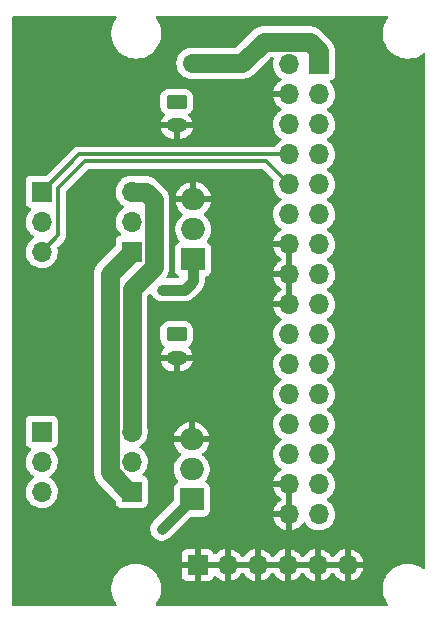
<source format=gbr>
%TF.GenerationSoftware,KiCad,Pcbnew,(6.0.9)*%
%TF.CreationDate,2023-01-09T19:40:24-09:00*%
%TF.ProjectId,ABSIS_ALE_Relay_Module,41425349-535f-4414-9c45-5f52656c6179,1*%
%TF.SameCoordinates,Original*%
%TF.FileFunction,Copper,L2,Bot*%
%TF.FilePolarity,Positive*%
%FSLAX46Y46*%
G04 Gerber Fmt 4.6, Leading zero omitted, Abs format (unit mm)*
G04 Created by KiCad (PCBNEW (6.0.9)) date 2023-01-09 19:40:24*
%MOMM*%
%LPD*%
G01*
G04 APERTURE LIST*
G04 Aperture macros list*
%AMRoundRect*
0 Rectangle with rounded corners*
0 $1 Rounding radius*
0 $2 $3 $4 $5 $6 $7 $8 $9 X,Y pos of 4 corners*
0 Add a 4 corners polygon primitive as box body*
4,1,4,$2,$3,$4,$5,$6,$7,$8,$9,$2,$3,0*
0 Add four circle primitives for the rounded corners*
1,1,$1+$1,$2,$3*
1,1,$1+$1,$4,$5*
1,1,$1+$1,$6,$7*
1,1,$1+$1,$8,$9*
0 Add four rect primitives between the rounded corners*
20,1,$1+$1,$2,$3,$4,$5,0*
20,1,$1+$1,$4,$5,$6,$7,0*
20,1,$1+$1,$6,$7,$8,$9,0*
20,1,$1+$1,$8,$9,$2,$3,0*%
G04 Aperture macros list end*
%TA.AperFunction,ComponentPad*%
%ADD10R,1.700000X1.700000*%
%TD*%
%TA.AperFunction,ComponentPad*%
%ADD11O,1.700000X1.700000*%
%TD*%
%TA.AperFunction,ComponentPad*%
%ADD12RoundRect,0.249999X-0.625001X0.350001X-0.625001X-0.350001X0.625001X-0.350001X0.625001X0.350001X0*%
%TD*%
%TA.AperFunction,ComponentPad*%
%ADD13O,1.750000X1.200000*%
%TD*%
%TA.AperFunction,ComponentPad*%
%ADD14R,2.000000X1.905000*%
%TD*%
%TA.AperFunction,ComponentPad*%
%ADD15O,2.000000X1.905000*%
%TD*%
%TA.AperFunction,ViaPad*%
%ADD16C,1.500000*%
%TD*%
%TA.AperFunction,ViaPad*%
%ADD17C,0.600000*%
%TD*%
%TA.AperFunction,Conductor*%
%ADD18C,1.625600*%
%TD*%
%TA.AperFunction,Conductor*%
%ADD19C,0.914400*%
%TD*%
%TA.AperFunction,Conductor*%
%ADD20C,0.304800*%
%TD*%
G04 APERTURE END LIST*
D10*
%TO.P,J2,1*%
%TO.N,GND*%
X16200000Y4000000D03*
D11*
%TO.P,J2,2*%
X18740000Y4000000D03*
%TO.P,J2,3*%
X21280000Y4000000D03*
%TO.P,J2,4*%
X23820000Y4000000D03*
%TO.P,J2,5*%
X26360000Y4000000D03*
%TO.P,J2,6*%
X28900000Y4000000D03*
%TD*%
D10*
%TO.P,J1,1*%
%TO.N,/+12V_SUPPLY*%
X26500000Y46400000D03*
D11*
%TO.P,J1,2*%
%TO.N,/+3.3V_SUPPLY*%
X23960000Y46400000D03*
%TO.P,J1,3*%
%TO.N,/+5V_SUPPLY*%
X26500000Y43860000D03*
%TO.P,J1,4*%
%TO.N,GND*%
X23960000Y43860000D03*
%TO.P,J1,5*%
%TO.N,Net-(J1-Pad5)*%
X26500000Y41320000D03*
%TO.P,J1,6*%
%TO.N,Net-(J1-Pad6)*%
X23960000Y41320000D03*
%TO.P,J1,7*%
%TO.N,/A3*%
X26500000Y38780000D03*
%TO.P,J1,8*%
%TO.N,/D2*%
X23960000Y38780000D03*
%TO.P,J1,9*%
%TO.N,/A2*%
X26500000Y36240000D03*
%TO.P,J1,10*%
%TO.N,/~{D3}*%
X23960000Y36240000D03*
%TO.P,J1,11*%
%TO.N,/A1*%
X26500000Y33700000D03*
%TO.P,J1,12*%
%TO.N,/D4_A6*%
X23960000Y33700000D03*
%TO.P,J1,13*%
%TO.N,/A0*%
X26500000Y31160000D03*
%TO.P,J1,14*%
%TO.N,GND*%
X23960000Y31160000D03*
%TO.P,J1,15*%
%TO.N,Net-(J1-Pad15)*%
X26500000Y28620000D03*
%TO.P,J1,16*%
%TO.N,GND*%
X23960000Y28620000D03*
%TO.P,J1,17*%
%TO.N,Net-(J1-Pad17)*%
X26500000Y26080000D03*
%TO.P,J1,18*%
%TO.N,GND*%
X23960000Y26080000D03*
%TO.P,J1,19*%
%TO.N,Net-(J1-Pad19)*%
X26500000Y23540000D03*
%TO.P,J1,20*%
%TO.N,Net-(J1-Pad20)*%
X23960000Y23540000D03*
%TO.P,J1,21*%
%TO.N,/D15*%
X26500000Y21000000D03*
%TO.P,J1,22*%
%TO.N,/~{D6_A7}*%
X23960000Y21000000D03*
%TO.P,J1,23*%
%TO.N,/D14*%
X26500000Y18460000D03*
%TO.P,J1,24*%
%TO.N,/D7*%
X23960000Y18460000D03*
%TO.P,J1,25*%
%TO.N,/D16*%
X26500000Y15920000D03*
%TO.P,J1,26*%
%TO.N,/~{D8_A6}*%
X23960000Y15920000D03*
%TO.P,J1,27*%
%TO.N,/~{D10_A10}*%
X26500000Y13380000D03*
%TO.P,J1,28*%
%TO.N,/~{D9_A9}*%
X23960000Y13380000D03*
%TO.P,J1,29*%
%TO.N,Net-(J1-Pad29)*%
X26500000Y10840000D03*
%TO.P,J1,30*%
%TO.N,GND*%
X23960000Y10840000D03*
%TO.P,J1,31*%
%TO.N,Net-(J1-Pad31)*%
X26500000Y8300000D03*
%TO.P,J1,32*%
%TO.N,GND*%
X23960000Y8300000D03*
%TD*%
D12*
%TO.P,J3,1*%
%TO.N,/CH1_OUT*%
X14435000Y43225000D03*
D13*
%TO.P,J3,2*%
%TO.N,GND*%
X14435000Y41225000D03*
%TD*%
D12*
%TO.P,J4,1*%
%TO.N,/CH2_OUT*%
X14435000Y23540000D03*
D13*
%TO.P,J4,2*%
%TO.N,GND*%
X14435000Y21540000D03*
%TD*%
D14*
%TO.P,Q1,1*%
%TO.N,Net-(Q1-Pad1)*%
X15832000Y29890000D03*
D15*
%TO.P,Q1,2*%
%TO.N,Net-(Q1-Pad2)*%
X15832000Y32430000D03*
%TO.P,Q1,3*%
%TO.N,GND*%
X15832000Y34970000D03*
%TD*%
D14*
%TO.P,Q4,1*%
%TO.N,Net-(Q4-Pad1)*%
X15705000Y9570000D03*
D15*
%TO.P,Q4,2*%
%TO.N,Net-(Q4-Pad2)*%
X15705000Y12110000D03*
%TO.P,Q4,3*%
%TO.N,GND*%
X15705000Y14650000D03*
%TD*%
D10*
%TO.P,JP1,1*%
%TO.N,/+12V_SUPPLY*%
X10625000Y30525000D03*
D11*
%TO.P,JP1,2*%
%TO.N,/CH1_V+*%
X10625000Y33065000D03*
%TO.P,JP1,3*%
%TO.N,/+5V_SUPPLY*%
X10625000Y35605000D03*
%TD*%
D10*
%TO.P,JP2,1*%
%TO.N,/D2*%
X3005000Y35605000D03*
D11*
%TO.P,JP2,2*%
%TO.N,/CH1_CTRL*%
X3005000Y33065000D03*
%TO.P,JP2,3*%
%TO.N,/~{D3}*%
X3005000Y30525000D03*
%TD*%
D10*
%TO.P,JP5,1*%
%TO.N,/D2*%
X3005000Y15285000D03*
D11*
%TO.P,JP5,2*%
%TO.N,/CH2_CTRL*%
X3005000Y12745000D03*
%TO.P,JP5,3*%
%TO.N,/~{D3}*%
X3005000Y10205000D03*
%TD*%
D10*
%TO.P,JP4,1*%
%TO.N,/+12V_SUPPLY*%
X10625000Y10205000D03*
D11*
%TO.P,JP4,2*%
%TO.N,/CH2_V+*%
X10625000Y12745000D03*
%TO.P,JP4,3*%
%TO.N,/+5V_SUPPLY*%
X10625000Y15285000D03*
%TD*%
D16*
%TO.N,/+12V_SUPPLY*%
X15730400Y46501600D03*
X17508400Y46501600D03*
X19235600Y46501600D03*
D17*
%TO.N,Net-(Q1-Pad1)*%
X13165000Y27323089D03*
%TO.N,Net-(Q4-Pad1)*%
X13165000Y7030000D03*
%TD*%
D18*
%TO.N,/+12V_SUPPLY*%
X8762199Y28662199D02*
X8762199Y11850855D01*
X10625000Y30525000D02*
X8762199Y28662199D01*
X19997600Y46501600D02*
X21801000Y48305000D01*
X15730400Y46501600D02*
X19997600Y46501600D01*
X25687200Y48305000D02*
X26500000Y47492200D01*
X21801000Y48305000D02*
X25687200Y48305000D01*
X26500000Y47492200D02*
X26500000Y46400000D01*
X10408054Y10205000D02*
X10625000Y10205000D01*
X8762199Y11850855D02*
X10408054Y10205000D01*
%TO.N,/+5V_SUPPLY*%
X12487801Y29238201D02*
X10625000Y27375400D01*
X12487801Y34944280D02*
X12487801Y29238201D01*
X10625000Y27375400D02*
X10625000Y15285000D01*
X11827081Y35605000D02*
X12487801Y34944280D01*
X10625000Y35605000D02*
X11827081Y35605000D01*
D19*
%TO.N,Net-(Q1-Pad1)*%
X15832000Y29890000D02*
X15832000Y28023100D01*
X15832000Y28023100D02*
X15131989Y27323089D01*
X15131989Y27323089D02*
X13165000Y27323089D01*
%TO.N,Net-(Q4-Pad1)*%
X13165000Y7030000D02*
X15705000Y9570000D01*
D20*
%TO.N,/~{D3}*%
X4402000Y31922000D02*
X4402000Y35935200D01*
X21978800Y38221200D02*
X23960000Y36240000D01*
X3005000Y30525000D02*
X4402000Y31922000D01*
X6688000Y38221200D02*
X21978800Y38221200D01*
X4402000Y35935200D02*
X6688000Y38221200D01*
%TO.N,/D2*%
X6180000Y38780000D02*
X3005000Y35605000D01*
X23960000Y38780000D02*
X6180000Y38780000D01*
%TD*%
%TA.AperFunction,Conductor*%
%TO.N,GND*%
G36*
X9298181Y50471498D02*
G01*
X9344674Y50417842D01*
X9354778Y50347568D01*
X9327564Y50285694D01*
X9280002Y50227586D01*
X9279997Y50227579D01*
X9277287Y50224268D01*
X9127073Y49979142D01*
X9011517Y49715898D01*
X9010342Y49711771D01*
X9010341Y49711770D01*
X8981692Y49611197D01*
X8932756Y49439406D01*
X8892249Y49154784D01*
X8892227Y49150495D01*
X8892226Y49150488D01*
X8890765Y48871583D01*
X8890743Y48867297D01*
X8928268Y48582266D01*
X9004129Y48304964D01*
X9005813Y48301016D01*
X9113917Y48047572D01*
X9116923Y48040524D01*
X9128693Y48020858D01*
X9255921Y47808276D01*
X9264561Y47793839D01*
X9444313Y47569472D01*
X9652851Y47371577D01*
X9886317Y47203814D01*
X9890112Y47201805D01*
X9890113Y47201804D01*
X9911869Y47190285D01*
X10140392Y47069288D01*
X10410373Y46970489D01*
X10691264Y46909245D01*
X10719841Y46906996D01*
X10914282Y46891693D01*
X10914291Y46891693D01*
X10916739Y46891500D01*
X11072271Y46891500D01*
X11074407Y46891646D01*
X11074418Y46891646D01*
X11282548Y46905835D01*
X11282554Y46905836D01*
X11286825Y46906127D01*
X11291020Y46906996D01*
X11291022Y46906996D01*
X11427584Y46935277D01*
X11568342Y46964426D01*
X11839343Y47060393D01*
X12094812Y47192250D01*
X12098313Y47194711D01*
X12098317Y47194713D01*
X12250303Y47301531D01*
X12330023Y47357559D01*
X12498100Y47513746D01*
X12537479Y47550339D01*
X12537481Y47550342D01*
X12540622Y47553260D01*
X12722713Y47775732D01*
X12872927Y48020858D01*
X12988483Y48284102D01*
X13067244Y48560594D01*
X13107751Y48845216D01*
X13107845Y48863049D01*
X13109235Y49128417D01*
X13109235Y49128424D01*
X13109257Y49132703D01*
X13071732Y49417734D01*
X12995871Y49695036D01*
X12883077Y49959476D01*
X12735439Y50206161D01*
X12732758Y50209508D01*
X12732752Y50209516D01*
X12670900Y50286720D01*
X12643918Y50352389D01*
X12656723Y50422221D01*
X12705250Y50474045D01*
X12769234Y50491500D01*
X32230060Y50491500D01*
X32298181Y50471498D01*
X32344674Y50417842D01*
X32354778Y50347568D01*
X32327564Y50285694D01*
X32280002Y50227586D01*
X32279997Y50227579D01*
X32277287Y50224268D01*
X32127073Y49979142D01*
X32011517Y49715898D01*
X32010342Y49711771D01*
X32010341Y49711770D01*
X31981692Y49611197D01*
X31932756Y49439406D01*
X31892249Y49154784D01*
X31892227Y49150495D01*
X31892226Y49150488D01*
X31890765Y48871583D01*
X31890743Y48867297D01*
X31928268Y48582266D01*
X32004129Y48304964D01*
X32005813Y48301016D01*
X32113917Y48047572D01*
X32116923Y48040524D01*
X32128693Y48020858D01*
X32255921Y47808276D01*
X32264561Y47793839D01*
X32444313Y47569472D01*
X32652851Y47371577D01*
X32886317Y47203814D01*
X32890112Y47201805D01*
X32890113Y47201804D01*
X32911869Y47190285D01*
X33140392Y47069288D01*
X33410373Y46970489D01*
X33691264Y46909245D01*
X33719841Y46906996D01*
X33914282Y46891693D01*
X33914291Y46891693D01*
X33916739Y46891500D01*
X34072271Y46891500D01*
X34074407Y46891646D01*
X34074418Y46891646D01*
X34282548Y46905835D01*
X34282554Y46905836D01*
X34286825Y46906127D01*
X34291020Y46906996D01*
X34291022Y46906996D01*
X34427584Y46935277D01*
X34568342Y46964426D01*
X34839343Y47060393D01*
X35094812Y47192250D01*
X35098313Y47194711D01*
X35098317Y47194713D01*
X35293049Y47331573D01*
X35360284Y47354378D01*
X35429174Y47337213D01*
X35477848Y47285528D01*
X35491500Y47228486D01*
X35491500Y3770392D01*
X35471498Y3702271D01*
X35417842Y3655778D01*
X35347568Y3645674D01*
X35291977Y3668069D01*
X35113683Y3796186D01*
X35091843Y3807750D01*
X35068654Y3820028D01*
X34859608Y3930712D01*
X34589627Y4029511D01*
X34308736Y4090755D01*
X34277685Y4093199D01*
X34085718Y4108307D01*
X34085709Y4108307D01*
X34083261Y4108500D01*
X33927729Y4108500D01*
X33925593Y4108354D01*
X33925582Y4108354D01*
X33717452Y4094165D01*
X33717446Y4094164D01*
X33713175Y4093873D01*
X33708980Y4093004D01*
X33708978Y4093004D01*
X33572417Y4064724D01*
X33431658Y4035574D01*
X33160657Y3939607D01*
X32905188Y3807750D01*
X32901687Y3805289D01*
X32901683Y3805287D01*
X32798050Y3732452D01*
X32669977Y3642441D01*
X32459378Y3446740D01*
X32277287Y3224268D01*
X32127073Y2979142D01*
X32125347Y2975209D01*
X32125346Y2975208D01*
X32013243Y2719830D01*
X32011517Y2715898D01*
X32010342Y2711771D01*
X32010341Y2711770D01*
X31998611Y2670590D01*
X31932756Y2439406D01*
X31892249Y2154784D01*
X31892227Y2150495D01*
X31892226Y2150488D01*
X31890765Y1871583D01*
X31890743Y1867297D01*
X31928268Y1582266D01*
X32004129Y1304964D01*
X32116923Y1040524D01*
X32264561Y793839D01*
X32267242Y790492D01*
X32267248Y790484D01*
X32329100Y713280D01*
X32356082Y647611D01*
X32343277Y577779D01*
X32294750Y525955D01*
X32230766Y508500D01*
X12769940Y508500D01*
X12701819Y528502D01*
X12655326Y582158D01*
X12645222Y652432D01*
X12672436Y714306D01*
X12719998Y772414D01*
X12720003Y772421D01*
X12722713Y775732D01*
X12872927Y1020858D01*
X12988483Y1284102D01*
X13067244Y1560594D01*
X13107751Y1845216D01*
X13107845Y1863049D01*
X13109235Y2128417D01*
X13109235Y2128424D01*
X13109257Y2132703D01*
X13071732Y2417734D01*
X12995871Y2695036D01*
X12913955Y2887084D01*
X12884763Y2955524D01*
X12884761Y2955528D01*
X12883077Y2959476D01*
X12799867Y3098510D01*
X12795785Y3105331D01*
X14842001Y3105331D01*
X14842371Y3098510D01*
X14847895Y3047648D01*
X14851521Y3032396D01*
X14896676Y2911946D01*
X14905214Y2896351D01*
X14981715Y2794276D01*
X14994276Y2781715D01*
X15096351Y2705214D01*
X15111946Y2696676D01*
X15232394Y2651522D01*
X15247649Y2647895D01*
X15298514Y2642369D01*
X15305328Y2642000D01*
X15927885Y2642000D01*
X15943124Y2646475D01*
X15944329Y2647865D01*
X15946000Y2655548D01*
X15946000Y2660116D01*
X16454000Y2660116D01*
X16458475Y2644877D01*
X16459865Y2643672D01*
X16467548Y2642001D01*
X17094669Y2642001D01*
X17101490Y2642371D01*
X17152352Y2647895D01*
X17167604Y2651521D01*
X17288054Y2696676D01*
X17303649Y2705214D01*
X17405724Y2781715D01*
X17418285Y2794276D01*
X17494786Y2896351D01*
X17503325Y2911948D01*
X17544425Y3021582D01*
X17587066Y3078347D01*
X17653628Y3103047D01*
X17722977Y3087840D01*
X17757645Y3059850D01*
X17783219Y3030326D01*
X17790580Y3023117D01*
X17954434Y2887084D01*
X17962881Y2881169D01*
X18146756Y2773721D01*
X18156042Y2769271D01*
X18355001Y2693297D01*
X18364899Y2690421D01*
X18468250Y2669394D01*
X18482299Y2670590D01*
X18486000Y2680935D01*
X18486000Y2681483D01*
X18994000Y2681483D01*
X18998064Y2667641D01*
X19011478Y2665607D01*
X19018184Y2666466D01*
X19028262Y2668608D01*
X19232255Y2729809D01*
X19241842Y2733567D01*
X19433095Y2827261D01*
X19441945Y2832536D01*
X19615328Y2956208D01*
X19623200Y2962861D01*
X19774052Y3113188D01*
X19780730Y3121035D01*
X19908022Y3298181D01*
X19909147Y3297373D01*
X19956669Y3341124D01*
X20026607Y3353339D01*
X20092046Y3325803D01*
X20119870Y3293972D01*
X20177690Y3199617D01*
X20183777Y3191301D01*
X20323213Y3030333D01*
X20330580Y3023117D01*
X20494434Y2887084D01*
X20502881Y2881169D01*
X20686756Y2773721D01*
X20696042Y2769271D01*
X20895001Y2693297D01*
X20904899Y2690421D01*
X21008250Y2669394D01*
X21022299Y2670590D01*
X21026000Y2680935D01*
X21026000Y2681483D01*
X21534000Y2681483D01*
X21538064Y2667641D01*
X21551478Y2665607D01*
X21558184Y2666466D01*
X21568262Y2668608D01*
X21772255Y2729809D01*
X21781842Y2733567D01*
X21973095Y2827261D01*
X21981945Y2832536D01*
X22155328Y2956208D01*
X22163200Y2962861D01*
X22314052Y3113188D01*
X22320730Y3121035D01*
X22448022Y3298181D01*
X22449147Y3297373D01*
X22496669Y3341124D01*
X22566607Y3353339D01*
X22632046Y3325803D01*
X22659870Y3293972D01*
X22717690Y3199617D01*
X22723777Y3191301D01*
X22863213Y3030333D01*
X22870580Y3023117D01*
X23034434Y2887084D01*
X23042881Y2881169D01*
X23226756Y2773721D01*
X23236042Y2769271D01*
X23435001Y2693297D01*
X23444899Y2690421D01*
X23548250Y2669394D01*
X23562299Y2670590D01*
X23566000Y2680935D01*
X23566000Y2681483D01*
X24074000Y2681483D01*
X24078064Y2667641D01*
X24091478Y2665607D01*
X24098184Y2666466D01*
X24108262Y2668608D01*
X24312255Y2729809D01*
X24321842Y2733567D01*
X24513095Y2827261D01*
X24521945Y2832536D01*
X24695328Y2956208D01*
X24703200Y2962861D01*
X24854052Y3113188D01*
X24860730Y3121035D01*
X24988022Y3298181D01*
X24989147Y3297373D01*
X25036669Y3341124D01*
X25106607Y3353339D01*
X25172046Y3325803D01*
X25199870Y3293972D01*
X25257690Y3199617D01*
X25263777Y3191301D01*
X25403213Y3030333D01*
X25410580Y3023117D01*
X25574434Y2887084D01*
X25582881Y2881169D01*
X25766756Y2773721D01*
X25776042Y2769271D01*
X25975001Y2693297D01*
X25984899Y2690421D01*
X26088250Y2669394D01*
X26102299Y2670590D01*
X26106000Y2680935D01*
X26106000Y2681483D01*
X26614000Y2681483D01*
X26618064Y2667641D01*
X26631478Y2665607D01*
X26638184Y2666466D01*
X26648262Y2668608D01*
X26852255Y2729809D01*
X26861842Y2733567D01*
X27053095Y2827261D01*
X27061945Y2832536D01*
X27235328Y2956208D01*
X27243200Y2962861D01*
X27394052Y3113188D01*
X27400730Y3121035D01*
X27528022Y3298181D01*
X27529147Y3297373D01*
X27576669Y3341124D01*
X27646607Y3353339D01*
X27712046Y3325803D01*
X27739870Y3293972D01*
X27797690Y3199617D01*
X27803777Y3191301D01*
X27943213Y3030333D01*
X27950580Y3023117D01*
X28114434Y2887084D01*
X28122881Y2881169D01*
X28306756Y2773721D01*
X28316042Y2769271D01*
X28515001Y2693297D01*
X28524899Y2690421D01*
X28628250Y2669394D01*
X28642299Y2670590D01*
X28646000Y2680935D01*
X28646000Y2681483D01*
X29154000Y2681483D01*
X29158064Y2667641D01*
X29171478Y2665607D01*
X29178184Y2666466D01*
X29188262Y2668608D01*
X29392255Y2729809D01*
X29401842Y2733567D01*
X29593095Y2827261D01*
X29601945Y2832536D01*
X29775328Y2956208D01*
X29783200Y2962861D01*
X29934052Y3113188D01*
X29940730Y3121035D01*
X30065003Y3293980D01*
X30070313Y3302817D01*
X30164670Y3493733D01*
X30168469Y3503328D01*
X30230377Y3707090D01*
X30232555Y3717163D01*
X30233986Y3728038D01*
X30231775Y3742222D01*
X30218617Y3746000D01*
X29172115Y3746000D01*
X29156876Y3741525D01*
X29155671Y3740135D01*
X29154000Y3732452D01*
X29154000Y2681483D01*
X28646000Y2681483D01*
X28646000Y3727885D01*
X28641525Y3743124D01*
X28640135Y3744329D01*
X28632452Y3746000D01*
X26632115Y3746000D01*
X26616876Y3741525D01*
X26615671Y3740135D01*
X26614000Y3732452D01*
X26614000Y2681483D01*
X26106000Y2681483D01*
X26106000Y3727885D01*
X26101525Y3743124D01*
X26100135Y3744329D01*
X26092452Y3746000D01*
X24092115Y3746000D01*
X24076876Y3741525D01*
X24075671Y3740135D01*
X24074000Y3732452D01*
X24074000Y2681483D01*
X23566000Y2681483D01*
X23566000Y3727885D01*
X23561525Y3743124D01*
X23560135Y3744329D01*
X23552452Y3746000D01*
X21552115Y3746000D01*
X21536876Y3741525D01*
X21535671Y3740135D01*
X21534000Y3732452D01*
X21534000Y2681483D01*
X21026000Y2681483D01*
X21026000Y3727885D01*
X21021525Y3743124D01*
X21020135Y3744329D01*
X21012452Y3746000D01*
X19012115Y3746000D01*
X18996876Y3741525D01*
X18995671Y3740135D01*
X18994000Y3732452D01*
X18994000Y2681483D01*
X18486000Y2681483D01*
X18486000Y3727885D01*
X18481525Y3743124D01*
X18480135Y3744329D01*
X18472452Y3746000D01*
X16472115Y3746000D01*
X16456876Y3741525D01*
X16455671Y3740135D01*
X16454000Y3732452D01*
X16454000Y2660116D01*
X15946000Y2660116D01*
X15946000Y3727885D01*
X15941525Y3743124D01*
X15940135Y3744329D01*
X15932452Y3746000D01*
X14860116Y3746000D01*
X14844877Y3741525D01*
X14843672Y3740135D01*
X14842001Y3732452D01*
X14842001Y3105331D01*
X12795785Y3105331D01*
X12737643Y3202479D01*
X12737640Y3202483D01*
X12735439Y3206161D01*
X12555687Y3430528D01*
X12347149Y3628423D01*
X12113683Y3796186D01*
X12091843Y3807750D01*
X12068654Y3820028D01*
X11859608Y3930712D01*
X11589627Y4029511D01*
X11308736Y4090755D01*
X11277685Y4093199D01*
X11085718Y4108307D01*
X11085709Y4108307D01*
X11083261Y4108500D01*
X10927729Y4108500D01*
X10925593Y4108354D01*
X10925582Y4108354D01*
X10717452Y4094165D01*
X10717446Y4094164D01*
X10713175Y4093873D01*
X10708980Y4093004D01*
X10708978Y4093004D01*
X10572417Y4064724D01*
X10431658Y4035574D01*
X10160657Y3939607D01*
X9905188Y3807750D01*
X9901687Y3805289D01*
X9901683Y3805287D01*
X9798050Y3732452D01*
X9669977Y3642441D01*
X9459378Y3446740D01*
X9277287Y3224268D01*
X9127073Y2979142D01*
X9125347Y2975209D01*
X9125346Y2975208D01*
X9013243Y2719830D01*
X9011517Y2715898D01*
X9010342Y2711771D01*
X9010341Y2711770D01*
X8998611Y2670590D01*
X8932756Y2439406D01*
X8892249Y2154784D01*
X8892227Y2150495D01*
X8892226Y2150488D01*
X8890765Y1871583D01*
X8890743Y1867297D01*
X8928268Y1582266D01*
X9004129Y1304964D01*
X9116923Y1040524D01*
X9264561Y793839D01*
X9267242Y790492D01*
X9267248Y790484D01*
X9329100Y713280D01*
X9356082Y647611D01*
X9343277Y577779D01*
X9294750Y525955D01*
X9230766Y508500D01*
X634500Y508500D01*
X566379Y528502D01*
X519886Y582158D01*
X508500Y634500D01*
X508500Y4272115D01*
X14842000Y4272115D01*
X14846475Y4256876D01*
X14847865Y4255671D01*
X14855548Y4254000D01*
X15927885Y4254000D01*
X15943124Y4258475D01*
X15944329Y4259865D01*
X15946000Y4267548D01*
X15946000Y4272115D01*
X16454000Y4272115D01*
X16458475Y4256876D01*
X16459865Y4255671D01*
X16467548Y4254000D01*
X18467885Y4254000D01*
X18483124Y4258475D01*
X18484329Y4259865D01*
X18486000Y4267548D01*
X18486000Y4272115D01*
X18994000Y4272115D01*
X18998475Y4256876D01*
X18999865Y4255671D01*
X19007548Y4254000D01*
X21007885Y4254000D01*
X21023124Y4258475D01*
X21024329Y4259865D01*
X21026000Y4267548D01*
X21026000Y4272115D01*
X21534000Y4272115D01*
X21538475Y4256876D01*
X21539865Y4255671D01*
X21547548Y4254000D01*
X23547885Y4254000D01*
X23563124Y4258475D01*
X23564329Y4259865D01*
X23566000Y4267548D01*
X23566000Y4272115D01*
X24074000Y4272115D01*
X24078475Y4256876D01*
X24079865Y4255671D01*
X24087548Y4254000D01*
X26087885Y4254000D01*
X26103124Y4258475D01*
X26104329Y4259865D01*
X26106000Y4267548D01*
X26106000Y4272115D01*
X26614000Y4272115D01*
X26618475Y4256876D01*
X26619865Y4255671D01*
X26627548Y4254000D01*
X28627885Y4254000D01*
X28643124Y4258475D01*
X28644329Y4259865D01*
X28646000Y4267548D01*
X28646000Y4272115D01*
X29154000Y4272115D01*
X29158475Y4256876D01*
X29159865Y4255671D01*
X29167548Y4254000D01*
X30218344Y4254000D01*
X30231875Y4257973D01*
X30233180Y4267053D01*
X30191214Y4434125D01*
X30187894Y4443876D01*
X30102972Y4639186D01*
X30098105Y4648261D01*
X29982426Y4827074D01*
X29976136Y4835243D01*
X29832806Y4992760D01*
X29825273Y4999785D01*
X29658139Y5131778D01*
X29649552Y5137483D01*
X29463117Y5240401D01*
X29453705Y5244631D01*
X29252959Y5315720D01*
X29242988Y5318354D01*
X29171837Y5331028D01*
X29158540Y5329568D01*
X29154000Y5315011D01*
X29154000Y4272115D01*
X28646000Y4272115D01*
X28646000Y5316898D01*
X28642082Y5330242D01*
X28627806Y5332229D01*
X28589324Y5326340D01*
X28579288Y5323949D01*
X28376868Y5257788D01*
X28367359Y5253791D01*
X28178463Y5155458D01*
X28169738Y5149964D01*
X27999433Y5022095D01*
X27991726Y5015252D01*
X27844590Y4861283D01*
X27838104Y4853273D01*
X27733193Y4699479D01*
X27678282Y4654476D01*
X27607757Y4646305D01*
X27544010Y4677559D01*
X27523313Y4702043D01*
X27442427Y4827074D01*
X27436136Y4835243D01*
X27292806Y4992760D01*
X27285273Y4999785D01*
X27118139Y5131778D01*
X27109552Y5137483D01*
X26923117Y5240401D01*
X26913705Y5244631D01*
X26712959Y5315720D01*
X26702988Y5318354D01*
X26631837Y5331028D01*
X26618540Y5329568D01*
X26614000Y5315011D01*
X26614000Y4272115D01*
X26106000Y4272115D01*
X26106000Y5316898D01*
X26102082Y5330242D01*
X26087806Y5332229D01*
X26049324Y5326340D01*
X26039288Y5323949D01*
X25836868Y5257788D01*
X25827359Y5253791D01*
X25638463Y5155458D01*
X25629738Y5149964D01*
X25459433Y5022095D01*
X25451726Y5015252D01*
X25304590Y4861283D01*
X25298104Y4853273D01*
X25193193Y4699479D01*
X25138282Y4654476D01*
X25067757Y4646305D01*
X25004010Y4677559D01*
X24983313Y4702043D01*
X24902427Y4827074D01*
X24896136Y4835243D01*
X24752806Y4992760D01*
X24745273Y4999785D01*
X24578139Y5131778D01*
X24569552Y5137483D01*
X24383117Y5240401D01*
X24373705Y5244631D01*
X24172959Y5315720D01*
X24162988Y5318354D01*
X24091837Y5331028D01*
X24078540Y5329568D01*
X24074000Y5315011D01*
X24074000Y4272115D01*
X23566000Y4272115D01*
X23566000Y5316898D01*
X23562082Y5330242D01*
X23547806Y5332229D01*
X23509324Y5326340D01*
X23499288Y5323949D01*
X23296868Y5257788D01*
X23287359Y5253791D01*
X23098463Y5155458D01*
X23089738Y5149964D01*
X22919433Y5022095D01*
X22911726Y5015252D01*
X22764590Y4861283D01*
X22758104Y4853273D01*
X22653193Y4699479D01*
X22598282Y4654476D01*
X22527757Y4646305D01*
X22464010Y4677559D01*
X22443313Y4702043D01*
X22362427Y4827074D01*
X22356136Y4835243D01*
X22212806Y4992760D01*
X22205273Y4999785D01*
X22038139Y5131778D01*
X22029552Y5137483D01*
X21843117Y5240401D01*
X21833705Y5244631D01*
X21632959Y5315720D01*
X21622988Y5318354D01*
X21551837Y5331028D01*
X21538540Y5329568D01*
X21534000Y5315011D01*
X21534000Y4272115D01*
X21026000Y4272115D01*
X21026000Y5316898D01*
X21022082Y5330242D01*
X21007806Y5332229D01*
X20969324Y5326340D01*
X20959288Y5323949D01*
X20756868Y5257788D01*
X20747359Y5253791D01*
X20558463Y5155458D01*
X20549738Y5149964D01*
X20379433Y5022095D01*
X20371726Y5015252D01*
X20224590Y4861283D01*
X20218104Y4853273D01*
X20113193Y4699479D01*
X20058282Y4654476D01*
X19987757Y4646305D01*
X19924010Y4677559D01*
X19903313Y4702043D01*
X19822427Y4827074D01*
X19816136Y4835243D01*
X19672806Y4992760D01*
X19665273Y4999785D01*
X19498139Y5131778D01*
X19489552Y5137483D01*
X19303117Y5240401D01*
X19293705Y5244631D01*
X19092959Y5315720D01*
X19082988Y5318354D01*
X19011837Y5331028D01*
X18998540Y5329568D01*
X18994000Y5315011D01*
X18994000Y4272115D01*
X18486000Y4272115D01*
X18486000Y5316898D01*
X18482082Y5330242D01*
X18467806Y5332229D01*
X18429324Y5326340D01*
X18419288Y5323949D01*
X18216868Y5257788D01*
X18207359Y5253791D01*
X18018463Y5155458D01*
X18009738Y5149964D01*
X17839433Y5022095D01*
X17831726Y5015252D01*
X17754094Y4934015D01*
X17692570Y4898585D01*
X17621657Y4902042D01*
X17563871Y4943288D01*
X17545018Y4976836D01*
X17503324Y5088054D01*
X17494786Y5103649D01*
X17418285Y5205724D01*
X17405724Y5218285D01*
X17303649Y5294786D01*
X17288054Y5303324D01*
X17167606Y5348478D01*
X17152351Y5352105D01*
X17101486Y5357631D01*
X17094672Y5358000D01*
X16472115Y5358000D01*
X16456876Y5353525D01*
X16455671Y5352135D01*
X16454000Y5344452D01*
X16454000Y4272115D01*
X15946000Y4272115D01*
X15946000Y5339884D01*
X15941525Y5355123D01*
X15940135Y5356328D01*
X15932452Y5357999D01*
X15305331Y5357999D01*
X15298510Y5357629D01*
X15247648Y5352105D01*
X15232396Y5348479D01*
X15111946Y5303324D01*
X15096351Y5294786D01*
X14994276Y5218285D01*
X14981715Y5205724D01*
X14905214Y5103649D01*
X14896676Y5088054D01*
X14851522Y4967606D01*
X14847895Y4952351D01*
X14842369Y4901486D01*
X14842000Y4894672D01*
X14842000Y4272115D01*
X508500Y4272115D01*
X508500Y7006284D01*
X12194610Y7006284D01*
X12219199Y6811645D01*
X12282423Y6625925D01*
X12381700Y6456710D01*
X12385969Y6451969D01*
X12508701Y6315661D01*
X12508704Y6315658D01*
X12512974Y6310916D01*
X12670884Y6194495D01*
X12848978Y6112204D01*
X13039981Y6067404D01*
X13138036Y6064666D01*
X13229708Y6062105D01*
X13229711Y6062105D01*
X13236091Y6061927D01*
X13429297Y6095994D01*
X13611707Y6168216D01*
X13775869Y6275639D01*
X13780655Y6279949D01*
X15532740Y8032034D01*
X22628257Y8032034D01*
X22658565Y7897554D01*
X22661645Y7887725D01*
X22741770Y7690397D01*
X22746413Y7681206D01*
X22857694Y7499612D01*
X22863777Y7491301D01*
X23003213Y7330333D01*
X23010580Y7323117D01*
X23174434Y7187084D01*
X23182881Y7181169D01*
X23366756Y7073721D01*
X23376042Y7069271D01*
X23575001Y6993297D01*
X23584899Y6990421D01*
X23688250Y6969394D01*
X23702299Y6970590D01*
X23706000Y6980935D01*
X23706000Y8027885D01*
X23701525Y8043124D01*
X23700135Y8044329D01*
X23692452Y8046000D01*
X22643225Y8046000D01*
X22629694Y8042027D01*
X22628257Y8032034D01*
X15532740Y8032034D01*
X15572801Y8072095D01*
X15635113Y8106121D01*
X15661896Y8109000D01*
X16753134Y8109000D01*
X16815316Y8115755D01*
X16951705Y8166885D01*
X17068261Y8254239D01*
X17155615Y8370795D01*
X17206745Y8507184D01*
X17213114Y8565817D01*
X22624389Y8565817D01*
X22625912Y8557393D01*
X22638292Y8554000D01*
X23687885Y8554000D01*
X23703124Y8558475D01*
X23704329Y8559865D01*
X23706000Y8567548D01*
X23706000Y10567885D01*
X23701525Y10583124D01*
X23700135Y10584329D01*
X23692452Y10586000D01*
X22643225Y10586000D01*
X22629694Y10582027D01*
X22628257Y10572034D01*
X22658565Y10437554D01*
X22661645Y10427725D01*
X22741770Y10230397D01*
X22746413Y10221206D01*
X22857694Y10039612D01*
X22863777Y10031301D01*
X23003213Y9870333D01*
X23010580Y9863117D01*
X23174434Y9727084D01*
X23182881Y9721169D01*
X23252479Y9680499D01*
X23301203Y9628860D01*
X23314274Y9559077D01*
X23287543Y9493306D01*
X23247087Y9459947D01*
X23238462Y9455458D01*
X23229738Y9449964D01*
X23059433Y9322095D01*
X23051726Y9315252D01*
X22904590Y9161283D01*
X22898104Y9153273D01*
X22778098Y8977351D01*
X22773000Y8968377D01*
X22683338Y8775217D01*
X22679775Y8765530D01*
X22624389Y8565817D01*
X17213114Y8565817D01*
X17213500Y8569366D01*
X17213500Y10570634D01*
X17206745Y10632816D01*
X17155615Y10769205D01*
X17068261Y10885761D01*
X16951705Y10973115D01*
X16931811Y10980573D01*
X16875047Y11023213D01*
X16850346Y11089774D01*
X16865553Y11159123D01*
X16877158Y11176647D01*
X16970367Y11294670D01*
X16970370Y11294675D01*
X16973568Y11298724D01*
X16979181Y11308891D01*
X17087177Y11504526D01*
X17087179Y11504530D01*
X17089674Y11509050D01*
X17092016Y11515662D01*
X17168144Y11730640D01*
X17168145Y11730644D01*
X17169870Y11735515D01*
X17170778Y11740611D01*
X17211095Y11966948D01*
X17211096Y11966954D01*
X17212001Y11972037D01*
X17214183Y12150662D01*
X17214873Y12207093D01*
X17214873Y12207095D01*
X17214936Y12212263D01*
X17178596Y12449744D01*
X17141906Y12561997D01*
X17105566Y12673183D01*
X17105563Y12673189D01*
X17103958Y12678101D01*
X17090031Y12704856D01*
X16995416Y12886607D01*
X16993025Y12891200D01*
X16848777Y13083320D01*
X16731437Y13195453D01*
X16678825Y13245730D01*
X16678824Y13245731D01*
X16675088Y13249301D01*
X16637649Y13274840D01*
X16592648Y13329751D01*
X16584477Y13400275D01*
X16615731Y13464022D01*
X16640210Y13484716D01*
X16642326Y13486085D01*
X16650498Y13492378D01*
X16820480Y13647050D01*
X16827506Y13654583D01*
X16969945Y13834944D01*
X16975650Y13843531D01*
X17086714Y14044722D01*
X17090944Y14054134D01*
X17167659Y14270768D01*
X17170293Y14280739D01*
X17187647Y14378163D01*
X17186187Y14391460D01*
X17171630Y14396000D01*
X14236904Y14396000D01*
X14223560Y14392082D01*
X14221573Y14377806D01*
X14231110Y14315485D01*
X14233499Y14305457D01*
X14304898Y14087012D01*
X14308895Y14077503D01*
X14415011Y13873656D01*
X14420505Y13864931D01*
X14558493Y13681148D01*
X14565336Y13673441D01*
X14731491Y13514661D01*
X14739498Y13508177D01*
X14772356Y13485763D01*
X14817359Y13430852D01*
X14825532Y13360328D01*
X14794278Y13296580D01*
X14769796Y13275884D01*
X14768181Y13274839D01*
X14763023Y13271502D01*
X14585330Y13109814D01*
X14561141Y13079185D01*
X14439633Y12925330D01*
X14439630Y12925325D01*
X14436432Y12921276D01*
X14433939Y12916760D01*
X14433937Y12916757D01*
X14322823Y12715474D01*
X14320326Y12710950D01*
X14318602Y12706081D01*
X14318600Y12706077D01*
X14241856Y12489360D01*
X14240130Y12484485D01*
X14239223Y12479392D01*
X14239222Y12479389D01*
X14201332Y12266673D01*
X14197999Y12247963D01*
X14197033Y12168886D01*
X14195443Y12038723D01*
X14195064Y12007737D01*
X14231404Y11770256D01*
X14256566Y11693273D01*
X14304434Y11546817D01*
X14304437Y11546811D01*
X14306042Y11541899D01*
X14308429Y11537313D01*
X14308431Y11537309D01*
X14383955Y11392231D01*
X14416975Y11328800D01*
X14533415Y11173717D01*
X14558320Y11107235D01*
X14543328Y11037839D01*
X14493198Y10987565D01*
X14476885Y10980085D01*
X14466707Y10976269D01*
X14466704Y10976267D01*
X14458295Y10973115D01*
X14341739Y10885761D01*
X14254385Y10769205D01*
X14203255Y10632816D01*
X14196500Y10570634D01*
X14196500Y9479396D01*
X14176498Y9411275D01*
X14159595Y9390301D01*
X12447480Y7678186D01*
X12445468Y7675720D01*
X12445467Y7675718D01*
X12378403Y7593489D01*
X12354630Y7564341D01*
X12263737Y7390479D01*
X12209661Y7201893D01*
X12208035Y7180758D01*
X12196674Y7033105D01*
X12194610Y7006284D01*
X508500Y7006284D01*
X508500Y10238305D01*
X1642251Y10238305D01*
X1642548Y10233152D01*
X1642548Y10233149D01*
X1653707Y10039612D01*
X1655110Y10015285D01*
X1656247Y10010239D01*
X1656248Y10010233D01*
X1676119Y9922061D01*
X1704222Y9797361D01*
X1788266Y9590384D01*
X1817081Y9543362D01*
X1898024Y9411275D01*
X1904987Y9399912D01*
X2051250Y9231062D01*
X2223126Y9088368D01*
X2416000Y8975662D01*
X2624692Y8895970D01*
X2629760Y8894939D01*
X2629763Y8894938D01*
X2737017Y8873117D01*
X2843597Y8851433D01*
X2848772Y8851243D01*
X2848774Y8851243D01*
X3061673Y8843436D01*
X3061677Y8843436D01*
X3066837Y8843247D01*
X3071957Y8843903D01*
X3071959Y8843903D01*
X3283288Y8870975D01*
X3283289Y8870975D01*
X3288416Y8871632D01*
X3293366Y8873117D01*
X3497429Y8934339D01*
X3497434Y8934341D01*
X3502384Y8935826D01*
X3702994Y9034104D01*
X3884860Y9163827D01*
X4043096Y9321511D01*
X4102594Y9404311D01*
X4170435Y9498723D01*
X4173453Y9502923D01*
X4176250Y9508581D01*
X4270136Y9698547D01*
X4270137Y9698549D01*
X4272430Y9703189D01*
X4337370Y9916931D01*
X4366529Y10138410D01*
X4366611Y10141760D01*
X4368074Y10201635D01*
X4368074Y10201639D01*
X4368156Y10205000D01*
X4349852Y10427639D01*
X4295431Y10644298D01*
X4206354Y10849160D01*
X4136365Y10957346D01*
X4087822Y11032383D01*
X4087820Y11032386D01*
X4085014Y11036723D01*
X3934670Y11201949D01*
X3930619Y11205148D01*
X3930615Y11205152D01*
X3763414Y11337200D01*
X3763410Y11337202D01*
X3759359Y11340402D01*
X3718053Y11363204D01*
X3668084Y11413636D01*
X3653312Y11483079D01*
X3678428Y11549484D01*
X3705780Y11576091D01*
X3768091Y11620537D01*
X3884860Y11703827D01*
X3916399Y11735256D01*
X7440899Y11735256D01*
X7441854Y11729840D01*
X7441855Y11729829D01*
X7449999Y11683648D01*
X7451434Y11672754D01*
X7456002Y11620537D01*
X7457426Y11615223D01*
X7469568Y11569907D01*
X7471947Y11559177D01*
X7479322Y11517351D01*
X7481047Y11507571D01*
X7498973Y11458321D01*
X7502274Y11447852D01*
X7515841Y11397218D01*
X7531703Y11363203D01*
X7537987Y11349727D01*
X7542195Y11339569D01*
X7558240Y11295483D01*
X7558244Y11295475D01*
X7560121Y11290317D01*
X7562870Y11285556D01*
X7586322Y11244936D01*
X7591398Y11235185D01*
X7611221Y11192673D01*
X7611224Y11192667D01*
X7613549Y11187682D01*
X7634711Y11157460D01*
X7643610Y11144751D01*
X7649508Y11135492D01*
X7675719Y11090094D01*
X7709404Y11049949D01*
X7716095Y11041230D01*
X7746158Y10998296D01*
X7787102Y10957352D01*
X7787107Y10957346D01*
X8523248Y10221206D01*
X9229595Y9514859D01*
X9263620Y9452547D01*
X9266500Y9425764D01*
X9266500Y9306866D01*
X9273255Y9244684D01*
X9324385Y9108295D01*
X9411739Y8991739D01*
X9528295Y8904385D01*
X9664684Y8853255D01*
X9726866Y8846500D01*
X11523134Y8846500D01*
X11585316Y8853255D01*
X11721705Y8904385D01*
X11838261Y8991739D01*
X11925615Y9108295D01*
X11976745Y9244684D01*
X11983500Y9306866D01*
X11983500Y11103134D01*
X11983055Y11107235D01*
X11977598Y11157460D01*
X11976745Y11165316D01*
X11925615Y11301705D01*
X11838261Y11418261D01*
X11721705Y11505615D01*
X11701152Y11513320D01*
X11603203Y11550040D01*
X11546439Y11592682D01*
X11521739Y11659244D01*
X11536947Y11728592D01*
X11558493Y11757273D01*
X11569017Y11767760D01*
X11663096Y11861511D01*
X11722594Y11944311D01*
X11790435Y12038723D01*
X11793453Y12042923D01*
X11821072Y12098805D01*
X11890136Y12238547D01*
X11890137Y12238549D01*
X11892430Y12243189D01*
X11953633Y12444631D01*
X11955865Y12451977D01*
X11955865Y12451979D01*
X11957370Y12456931D01*
X11986529Y12678410D01*
X11986611Y12681760D01*
X11988074Y12741635D01*
X11988074Y12741639D01*
X11988156Y12745000D01*
X11969852Y12967639D01*
X11915431Y13184298D01*
X11826354Y13389160D01*
X11759579Y13492378D01*
X11707822Y13572383D01*
X11707820Y13572386D01*
X11705014Y13576723D01*
X11554670Y13741949D01*
X11550619Y13745148D01*
X11550615Y13745152D01*
X11383414Y13877200D01*
X11383410Y13877202D01*
X11379359Y13880402D01*
X11338053Y13903204D01*
X11288084Y13953636D01*
X11273312Y14023079D01*
X11298428Y14089484D01*
X11325780Y14116091D01*
X11416932Y14181109D01*
X11504860Y14243827D01*
X11663096Y14401511D01*
X11793453Y14582923D01*
X11827028Y14650856D01*
X11890136Y14778547D01*
X11890137Y14778549D01*
X11892430Y14783189D01*
X11934555Y14921837D01*
X14222353Y14921837D01*
X14223813Y14908540D01*
X14238370Y14904000D01*
X15432885Y14904000D01*
X15448124Y14908475D01*
X15449329Y14909865D01*
X15451000Y14917548D01*
X15451000Y14922115D01*
X15959000Y14922115D01*
X15963475Y14906876D01*
X15964865Y14905671D01*
X15972548Y14904000D01*
X17173096Y14904000D01*
X17186440Y14907918D01*
X17188427Y14922194D01*
X17178890Y14984515D01*
X17176501Y14994543D01*
X17105102Y15212988D01*
X17101105Y15222497D01*
X16994989Y15426344D01*
X16989495Y15435069D01*
X16851507Y15618852D01*
X16844664Y15626559D01*
X16678509Y15785339D01*
X16670499Y15791826D01*
X16480653Y15921330D01*
X16471679Y15926429D01*
X16263231Y16023187D01*
X16253544Y16026750D01*
X16032092Y16088165D01*
X16021970Y16090096D01*
X15977013Y16094901D01*
X15962392Y16092253D01*
X15959000Y16079876D01*
X15959000Y14922115D01*
X15451000Y14922115D01*
X15451000Y16080412D01*
X15446675Y16095141D01*
X15434889Y16097202D01*
X15423296Y16096249D01*
X15413134Y16094567D01*
X15190229Y16038578D01*
X15180481Y16035259D01*
X14969711Y15943615D01*
X14960636Y15938749D01*
X14767673Y15813915D01*
X14759502Y15807622D01*
X14589520Y15652950D01*
X14582494Y15645417D01*
X14440055Y15465056D01*
X14434350Y15456469D01*
X14323286Y15255278D01*
X14319056Y15245866D01*
X14242341Y15029232D01*
X14239707Y15019261D01*
X14222353Y14921837D01*
X11934555Y14921837D01*
X11957370Y14996931D01*
X11986529Y15218410D01*
X11986629Y15222497D01*
X11988074Y15281635D01*
X11988074Y15281639D01*
X11988156Y15285000D01*
X11969852Y15507639D01*
X11967400Y15517404D01*
X11950096Y15586292D01*
X11946300Y15616987D01*
X11946300Y21272601D01*
X13084712Y21272601D01*
X13106194Y21183463D01*
X13110083Y21172168D01*
X13192629Y20990618D01*
X13198576Y20980276D01*
X13313968Y20817603D01*
X13321761Y20808575D01*
X13465831Y20670658D01*
X13475196Y20663262D01*
X13642741Y20555079D01*
X13653345Y20549583D01*
X13838312Y20475039D01*
X13849770Y20471645D01*
X14046928Y20433143D01*
X14055791Y20432066D01*
X14058500Y20432000D01*
X14162885Y20432000D01*
X14178124Y20436475D01*
X14179329Y20437865D01*
X14181000Y20445548D01*
X14181000Y20450115D01*
X14689000Y20450115D01*
X14693475Y20434876D01*
X14694865Y20433671D01*
X14702548Y20432000D01*
X14759832Y20432000D01*
X14765808Y20432285D01*
X14914494Y20446471D01*
X14926228Y20448730D01*
X15117599Y20504872D01*
X15128675Y20509302D01*
X15305978Y20600619D01*
X15316024Y20607069D01*
X15472857Y20730262D01*
X15481506Y20738499D01*
X15612212Y20889123D01*
X15619147Y20898847D01*
X15719010Y21071467D01*
X15723984Y21082331D01*
X15789407Y21270727D01*
X15789648Y21271716D01*
X15788180Y21282008D01*
X15774615Y21286000D01*
X14707115Y21286000D01*
X14691876Y21281525D01*
X14690671Y21280135D01*
X14689000Y21272452D01*
X14689000Y20450115D01*
X14181000Y20450115D01*
X14181000Y21267885D01*
X14176525Y21283124D01*
X14175135Y21284329D01*
X14167452Y21286000D01*
X13099598Y21286000D01*
X13086067Y21282027D01*
X13084712Y21272601D01*
X11946300Y21272601D01*
X11946300Y23940401D01*
X13051500Y23940401D01*
X13051501Y23139600D01*
X13062474Y23033833D01*
X13064658Y23027287D01*
X13115730Y22874208D01*
X13118450Y22866054D01*
X13211521Y22715651D01*
X13336697Y22590694D01*
X13342927Y22586854D01*
X13388688Y22558646D01*
X13436182Y22505873D01*
X13447605Y22435802D01*
X13419331Y22370678D01*
X13400408Y22352303D01*
X13397149Y22349743D01*
X13388494Y22341501D01*
X13257788Y22190877D01*
X13250853Y22181153D01*
X13150990Y22008533D01*
X13146016Y21997669D01*
X13080593Y21809273D01*
X13080352Y21808284D01*
X13081820Y21797992D01*
X13095385Y21794000D01*
X15770402Y21794000D01*
X15783933Y21797973D01*
X15785288Y21807399D01*
X15763806Y21896537D01*
X15759917Y21907832D01*
X15677371Y22089382D01*
X15671424Y22099724D01*
X15556032Y22262397D01*
X15548239Y22271425D01*
X15457244Y22358534D01*
X15421868Y22420089D01*
X15425387Y22490999D01*
X15466684Y22548749D01*
X15478073Y22556697D01*
X15528124Y22587669D01*
X15528123Y22587669D01*
X15534349Y22591521D01*
X15659306Y22716697D01*
X15752115Y22867261D01*
X15807797Y23035138D01*
X15809558Y23052320D01*
X15817758Y23132361D01*
X15818500Y23139599D01*
X15818499Y23940400D01*
X15807526Y24046167D01*
X15763072Y24179410D01*
X15753867Y24207002D01*
X15753866Y24207004D01*
X15751550Y24213946D01*
X15658479Y24364349D01*
X15533303Y24489306D01*
X15450816Y24540152D01*
X15388969Y24578275D01*
X15388967Y24578276D01*
X15382739Y24582115D01*
X15222264Y24635342D01*
X15221390Y24635632D01*
X15221388Y24635632D01*
X15214862Y24637797D01*
X15208026Y24638497D01*
X15208023Y24638498D01*
X15164970Y24642909D01*
X15110401Y24648500D01*
X14440209Y24648500D01*
X13759600Y24648499D01*
X13653833Y24637526D01*
X13647286Y24635342D01*
X13647287Y24635342D01*
X13492998Y24583867D01*
X13492996Y24583866D01*
X13486054Y24581550D01*
X13335651Y24488479D01*
X13210694Y24363303D01*
X13117885Y24212739D01*
X13062203Y24044862D01*
X13051500Y23940401D01*
X11946300Y23940401D01*
X11946300Y26345817D01*
X22624389Y26345817D01*
X22625912Y26337393D01*
X22638292Y26334000D01*
X23687885Y26334000D01*
X23703124Y26338475D01*
X23704329Y26339865D01*
X23706000Y26347548D01*
X23706000Y28347885D01*
X23701525Y28363124D01*
X23700135Y28364329D01*
X23692452Y28366000D01*
X22643225Y28366000D01*
X22629694Y28362027D01*
X22628257Y28352034D01*
X22658565Y28217554D01*
X22661645Y28207725D01*
X22741770Y28010397D01*
X22746413Y28001206D01*
X22857694Y27819612D01*
X22863777Y27811301D01*
X23003213Y27650333D01*
X23010580Y27643117D01*
X23174434Y27507084D01*
X23182881Y27501169D01*
X23252479Y27460499D01*
X23301203Y27408860D01*
X23314274Y27339077D01*
X23287543Y27273306D01*
X23247087Y27239947D01*
X23238462Y27235458D01*
X23229738Y27229964D01*
X23059433Y27102095D01*
X23051726Y27095252D01*
X22904590Y26941283D01*
X22898104Y26933273D01*
X22778098Y26757351D01*
X22773000Y26748377D01*
X22683338Y26555217D01*
X22679775Y26545530D01*
X22624389Y26345817D01*
X11946300Y26345817D01*
X11946300Y26775909D01*
X11966302Y26844030D01*
X11983205Y26865004D01*
X12078798Y26960597D01*
X12141110Y26994623D01*
X12211925Y26989558D01*
X12268761Y26947011D01*
X12286142Y26915011D01*
X12292559Y26897571D01*
X12295917Y26892155D01*
X12295919Y26892151D01*
X12335633Y26828099D01*
X12395940Y26730833D01*
X12400326Y26726195D01*
X12509759Y26610474D01*
X12530738Y26588289D01*
X12535968Y26584627D01*
X12535969Y26584626D01*
X12666683Y26493099D01*
X12691444Y26475761D01*
X12809718Y26424579D01*
X12865635Y26400382D01*
X12865637Y26400381D01*
X12871496Y26397846D01*
X12877746Y26396540D01*
X12877747Y26396540D01*
X13058791Y26358717D01*
X13058795Y26358717D01*
X13063536Y26357726D01*
X13069967Y26357389D01*
X15116349Y26357389D01*
X15119867Y26357340D01*
X15196698Y26355194D01*
X15196700Y26355194D01*
X15203080Y26355016D01*
X15216538Y26357389D01*
X15260265Y26365099D01*
X15269411Y26366368D01*
X15320824Y26371590D01*
X15320827Y26371591D01*
X15327171Y26372235D01*
X15333259Y26374143D01*
X15333260Y26374143D01*
X15353401Y26380455D01*
X15369200Y26384307D01*
X15396286Y26389083D01*
X15450279Y26410461D01*
X15458953Y26413533D01*
X15514381Y26430903D01*
X15519968Y26434000D01*
X15519973Y26434002D01*
X15538431Y26444234D01*
X15553127Y26451181D01*
X15578696Y26461305D01*
X15584034Y26464798D01*
X15584036Y26464799D01*
X15627283Y26493099D01*
X15635180Y26497863D01*
X15664797Y26514280D01*
X15680388Y26522922D01*
X15680391Y26522924D01*
X15685969Y26526016D01*
X15706846Y26543909D01*
X15719846Y26553669D01*
X15725771Y26557546D01*
X15742858Y26568728D01*
X15747644Y26573038D01*
X15785080Y26610474D01*
X15792177Y26617047D01*
X15830082Y26649535D01*
X15830084Y26649538D01*
X15834928Y26653689D01*
X15853009Y26676999D01*
X15863474Y26688868D01*
X16503790Y27329184D01*
X16506312Y27331637D01*
X16562164Y27384453D01*
X16562168Y27384458D01*
X16566800Y27388838D01*
X16600100Y27436394D01*
X16605668Y27443757D01*
X16638337Y27483814D01*
X16642370Y27488759D01*
X16645326Y27494414D01*
X16645329Y27494418D01*
X16655108Y27513124D01*
X16663557Y27527021D01*
X16675669Y27544319D01*
X16679328Y27549544D01*
X16702388Y27602834D01*
X16706365Y27611171D01*
X16724606Y27646062D01*
X16733263Y27662621D01*
X16740843Y27689057D01*
X16746324Y27704365D01*
X16757243Y27729596D01*
X16769115Y27786425D01*
X16771333Y27795388D01*
X16787339Y27851207D01*
X16789448Y27878621D01*
X16791740Y27894722D01*
X16796372Y27916893D01*
X16797363Y27921636D01*
X16797700Y27928067D01*
X16797700Y27981019D01*
X16798071Y27990685D01*
X16801901Y28040456D01*
X16801901Y28040460D01*
X16802390Y28046816D01*
X16798694Y28076073D01*
X16797700Y28091865D01*
X16797700Y28306991D01*
X16817702Y28375112D01*
X16871358Y28421605D01*
X16910091Y28432254D01*
X16920468Y28433382D01*
X16942316Y28435755D01*
X17078705Y28486885D01*
X17195261Y28574239D01*
X17282615Y28690795D01*
X17333745Y28827184D01*
X17340114Y28885817D01*
X22624389Y28885817D01*
X22625912Y28877393D01*
X22638292Y28874000D01*
X23687885Y28874000D01*
X23703124Y28878475D01*
X23704329Y28879865D01*
X23706000Y28887548D01*
X23706000Y30887885D01*
X23701525Y30903124D01*
X23700135Y30904329D01*
X23692452Y30906000D01*
X22643225Y30906000D01*
X22629694Y30902027D01*
X22628257Y30892034D01*
X22658565Y30757554D01*
X22661645Y30747725D01*
X22741770Y30550397D01*
X22746413Y30541206D01*
X22857694Y30359612D01*
X22863777Y30351301D01*
X23003213Y30190333D01*
X23010580Y30183117D01*
X23174434Y30047084D01*
X23182881Y30041169D01*
X23252479Y30000499D01*
X23301203Y29948860D01*
X23314274Y29879077D01*
X23287543Y29813306D01*
X23247087Y29779947D01*
X23238462Y29775458D01*
X23229738Y29769964D01*
X23059433Y29642095D01*
X23051726Y29635252D01*
X22904590Y29481283D01*
X22898104Y29473273D01*
X22778098Y29297351D01*
X22773000Y29288377D01*
X22683338Y29095217D01*
X22679775Y29085530D01*
X22624389Y28885817D01*
X17340114Y28885817D01*
X17340500Y28889366D01*
X17340500Y30890634D01*
X17333745Y30952816D01*
X17282615Y31089205D01*
X17195261Y31205761D01*
X17078705Y31293115D01*
X17058811Y31300573D01*
X17002047Y31343213D01*
X16977346Y31409774D01*
X16992553Y31479123D01*
X17004158Y31496647D01*
X17097367Y31614670D01*
X17097370Y31614675D01*
X17100568Y31618724D01*
X17106181Y31628891D01*
X17214177Y31824526D01*
X17214179Y31824530D01*
X17216674Y31829050D01*
X17219016Y31835662D01*
X17295144Y32050640D01*
X17295145Y32050644D01*
X17296870Y32055515D01*
X17302183Y32085341D01*
X17338095Y32286948D01*
X17338096Y32286954D01*
X17339001Y32292037D01*
X17341183Y32470662D01*
X17341873Y32527093D01*
X17341873Y32527095D01*
X17341936Y32532263D01*
X17305596Y32769744D01*
X17268906Y32881997D01*
X17232566Y32993183D01*
X17232563Y32993189D01*
X17230958Y32998101D01*
X17217031Y33024856D01*
X17122416Y33206607D01*
X17120025Y33211200D01*
X16975777Y33403320D01*
X16858437Y33515453D01*
X16805825Y33565730D01*
X16805824Y33565731D01*
X16802088Y33569301D01*
X16764649Y33594840D01*
X16719648Y33649751D01*
X16711477Y33720275D01*
X16742731Y33784022D01*
X16767210Y33804716D01*
X16769326Y33806085D01*
X16777498Y33812378D01*
X16947480Y33967050D01*
X16954506Y33974583D01*
X17096945Y34154944D01*
X17102650Y34163531D01*
X17213714Y34364722D01*
X17217944Y34374134D01*
X17294659Y34590768D01*
X17297293Y34600739D01*
X17314647Y34698163D01*
X17313187Y34711460D01*
X17298630Y34716000D01*
X14363904Y34716000D01*
X14350560Y34712082D01*
X14348573Y34697806D01*
X14358110Y34635485D01*
X14360499Y34625457D01*
X14431898Y34407012D01*
X14435895Y34397503D01*
X14542011Y34193656D01*
X14547505Y34184931D01*
X14685493Y34001148D01*
X14692336Y33993441D01*
X14858491Y33834661D01*
X14866498Y33828177D01*
X14899356Y33805763D01*
X14944359Y33750852D01*
X14952532Y33680328D01*
X14921278Y33616580D01*
X14896796Y33595884D01*
X14895181Y33594839D01*
X14890023Y33591502D01*
X14712330Y33429814D01*
X14688141Y33399185D01*
X14566633Y33245330D01*
X14566630Y33245325D01*
X14563432Y33241276D01*
X14560939Y33236760D01*
X14560937Y33236757D01*
X14449823Y33035474D01*
X14447326Y33030950D01*
X14445602Y33026081D01*
X14445600Y33026077D01*
X14368856Y32809360D01*
X14367130Y32804485D01*
X14366223Y32799392D01*
X14366222Y32799389D01*
X14328332Y32586673D01*
X14324999Y32567963D01*
X14324033Y32488886D01*
X14322837Y32390970D01*
X14322064Y32327737D01*
X14358404Y32090256D01*
X14383566Y32013273D01*
X14431434Y31866817D01*
X14431437Y31866811D01*
X14433042Y31861899D01*
X14435429Y31857313D01*
X14435431Y31857309D01*
X14463099Y31804160D01*
X14543975Y31648800D01*
X14660415Y31493717D01*
X14685320Y31427235D01*
X14670328Y31357839D01*
X14620198Y31307565D01*
X14603885Y31300085D01*
X14593707Y31296269D01*
X14593704Y31296267D01*
X14585295Y31293115D01*
X14468739Y31205761D01*
X14381385Y31089205D01*
X14330255Y30952816D01*
X14323500Y30890634D01*
X14323500Y28889366D01*
X14330255Y28827184D01*
X14381385Y28690795D01*
X14468739Y28574239D01*
X14537329Y28522834D01*
X14546961Y28515615D01*
X14589476Y28458756D01*
X14594502Y28387937D01*
X14560442Y28325644D01*
X14498111Y28291654D01*
X14471396Y28288789D01*
X13683602Y28288789D01*
X13615481Y28308791D01*
X13568988Y28362447D01*
X13558884Y28432721D01*
X13574483Y28477789D01*
X13600490Y28522834D01*
X13606396Y28532105D01*
X13633294Y28570519D01*
X13633295Y28570521D01*
X13636451Y28575028D01*
X13638776Y28580013D01*
X13638779Y28580019D01*
X13658598Y28622522D01*
X13663674Y28632273D01*
X13687126Y28672893D01*
X13687127Y28672896D01*
X13689879Y28677662D01*
X13691760Y28682829D01*
X13691762Y28682834D01*
X13707805Y28726913D01*
X13712011Y28737067D01*
X13731834Y28779579D01*
X13734159Y28784564D01*
X13735581Y28789869D01*
X13735583Y28789876D01*
X13747727Y28835200D01*
X13751028Y28845669D01*
X13768953Y28894917D01*
X13778053Y28946526D01*
X13780432Y28957257D01*
X13793998Y29007883D01*
X13794478Y29013367D01*
X13794479Y29013374D01*
X13798568Y29060105D01*
X13800002Y29071002D01*
X13808144Y29117180D01*
X13809100Y29122601D01*
X13809100Y29180502D01*
X13809101Y29180513D01*
X13809101Y35059879D01*
X13808146Y35065295D01*
X13808145Y35065306D01*
X13800001Y35111487D01*
X13798565Y35122389D01*
X13793998Y35174598D01*
X13786547Y35202404D01*
X13780432Y35225228D01*
X13778053Y35235958D01*
X13777016Y35241837D01*
X14349353Y35241837D01*
X14350813Y35228540D01*
X14365370Y35224000D01*
X15559885Y35224000D01*
X15575124Y35228475D01*
X15576329Y35229865D01*
X15578000Y35237548D01*
X15578000Y35242115D01*
X16086000Y35242115D01*
X16090475Y35226876D01*
X16091865Y35225671D01*
X16099548Y35224000D01*
X17300096Y35224000D01*
X17313440Y35227918D01*
X17315427Y35242194D01*
X17305890Y35304515D01*
X17303501Y35314543D01*
X17232102Y35532988D01*
X17228105Y35542497D01*
X17121989Y35746344D01*
X17116495Y35755069D01*
X16978507Y35938852D01*
X16971664Y35946559D01*
X16805509Y36105339D01*
X16797499Y36111826D01*
X16607653Y36241330D01*
X16598679Y36246429D01*
X16390231Y36343187D01*
X16380544Y36346750D01*
X16159092Y36408165D01*
X16148970Y36410096D01*
X16104013Y36414901D01*
X16089392Y36412253D01*
X16086000Y36399876D01*
X16086000Y35242115D01*
X15578000Y35242115D01*
X15578000Y36400412D01*
X15573675Y36415141D01*
X15561889Y36417202D01*
X15550296Y36416249D01*
X15540134Y36414567D01*
X15317229Y36358578D01*
X15307481Y36355259D01*
X15096711Y36263615D01*
X15087636Y36258749D01*
X14894673Y36133915D01*
X14886502Y36127622D01*
X14716520Y35972950D01*
X14709494Y35965417D01*
X14567055Y35785056D01*
X14561350Y35776469D01*
X14450286Y35575278D01*
X14446056Y35565866D01*
X14369341Y35349232D01*
X14366707Y35339261D01*
X14349353Y35241837D01*
X13777016Y35241837D01*
X13772744Y35266062D01*
X13768953Y35287564D01*
X13751028Y35336812D01*
X13747727Y35347281D01*
X13735583Y35392605D01*
X13735581Y35392612D01*
X13734159Y35397917D01*
X13712011Y35445414D01*
X13707805Y35455568D01*
X13691760Y35499651D01*
X13689879Y35504819D01*
X13668126Y35542497D01*
X13663673Y35550209D01*
X13658598Y35559958D01*
X13651454Y35575278D01*
X13636451Y35607453D01*
X13633296Y35611959D01*
X13633293Y35611964D01*
X13606389Y35650388D01*
X13600484Y35659656D01*
X13599451Y35661446D01*
X13574281Y35705041D01*
X13540595Y35745187D01*
X13533905Y35753905D01*
X13507001Y35792328D01*
X13506999Y35792330D01*
X13503842Y35796839D01*
X13462898Y35837783D01*
X13462893Y35837789D01*
X12720590Y36580092D01*
X12720584Y36580097D01*
X12679640Y36621041D01*
X12636706Y36651104D01*
X12627987Y36657795D01*
X12620612Y36663983D01*
X12587842Y36691480D01*
X12542444Y36717691D01*
X12533192Y36723585D01*
X12490254Y36753650D01*
X12485269Y36755975D01*
X12485263Y36755978D01*
X12442751Y36775801D01*
X12433007Y36780874D01*
X12387619Y36807078D01*
X12382461Y36808955D01*
X12382453Y36808959D01*
X12338367Y36825004D01*
X12328214Y36829210D01*
X12280718Y36851358D01*
X12230084Y36864925D01*
X12219615Y36868226D01*
X12170365Y36886152D01*
X12164952Y36887107D01*
X12164950Y36887107D01*
X12118759Y36895252D01*
X12108029Y36897631D01*
X12062713Y36909773D01*
X12062714Y36909773D01*
X12057399Y36911197D01*
X12005182Y36915765D01*
X11994288Y36917200D01*
X11948107Y36925344D01*
X11948096Y36925345D01*
X11942680Y36926300D01*
X10965430Y36926300D01*
X10943334Y36928253D01*
X10758373Y36961200D01*
X10758367Y36961201D01*
X10753284Y36962106D01*
X10679452Y36963008D01*
X10535081Y36964772D01*
X10535079Y36964772D01*
X10529911Y36964835D01*
X10309091Y36931045D01*
X10096756Y36861643D01*
X9898607Y36758493D01*
X9894474Y36755390D01*
X9894471Y36755388D01*
X9755578Y36651104D01*
X9719965Y36624365D01*
X9677657Y36580092D01*
X9591846Y36490296D01*
X9565629Y36462862D01*
X9562715Y36458590D01*
X9562714Y36458589D01*
X9522663Y36399876D01*
X9439743Y36278320D01*
X9422573Y36241330D01*
X9369792Y36127622D01*
X9345688Y36075695D01*
X9285989Y35860430D01*
X9262251Y35638305D01*
X9262548Y35633152D01*
X9262548Y35633149D01*
X9272787Y35455568D01*
X9275110Y35415285D01*
X9276247Y35410239D01*
X9276248Y35410233D01*
X9300073Y35304515D01*
X9324222Y35197361D01*
X9408266Y34990384D01*
X9437081Y34943362D01*
X9492153Y34853493D01*
X9524987Y34799912D01*
X9671250Y34631062D01*
X9843126Y34488368D01*
X9913595Y34447189D01*
X9916445Y34445524D01*
X9965169Y34393886D01*
X9978240Y34324103D01*
X9951509Y34258331D01*
X9911055Y34224973D01*
X9898607Y34218493D01*
X9894474Y34215390D01*
X9894471Y34215388D01*
X9724100Y34087470D01*
X9719965Y34084365D01*
X9565629Y33922862D01*
X9562715Y33918590D01*
X9562714Y33918589D01*
X9529596Y33870040D01*
X9439743Y33738320D01*
X9421956Y33700000D01*
X9359630Y33565730D01*
X9345688Y33535695D01*
X9285989Y33320430D01*
X9262251Y33098305D01*
X9262548Y33093152D01*
X9262548Y33093149D01*
X9268039Y32997923D01*
X9275110Y32875285D01*
X9276247Y32870239D01*
X9276248Y32870233D01*
X9292214Y32799389D01*
X9324222Y32657361D01*
X9408266Y32450384D01*
X9437081Y32403362D01*
X9505460Y32291778D01*
X9524987Y32259912D01*
X9671250Y32091062D01*
X9675230Y32087758D01*
X9679981Y32083813D01*
X9719616Y32024910D01*
X9721113Y31953929D01*
X9683997Y31893407D01*
X9643725Y31868888D01*
X9561369Y31838014D01*
X9528295Y31825615D01*
X9411739Y31738261D01*
X9324385Y31621705D01*
X9273255Y31485316D01*
X9270144Y31456680D01*
X9266946Y31427235D01*
X9266500Y31423134D01*
X9266500Y31087290D01*
X9246498Y31019169D01*
X9229595Y30998195D01*
X7787107Y29555708D01*
X7787102Y29555702D01*
X7746158Y29514758D01*
X7743001Y29510249D01*
X7742999Y29510247D01*
X7716095Y29471824D01*
X7709405Y29463106D01*
X7675719Y29422960D01*
X7649508Y29377562D01*
X7643614Y29368310D01*
X7613549Y29325372D01*
X7611224Y29320387D01*
X7611221Y29320381D01*
X7591398Y29277869D01*
X7586325Y29268125D01*
X7560121Y29222737D01*
X7558244Y29217579D01*
X7558240Y29217571D01*
X7542195Y29173485D01*
X7537989Y29163332D01*
X7515841Y29115836D01*
X7514418Y29110524D01*
X7502275Y29065206D01*
X7498973Y29054733D01*
X7481047Y29005483D01*
X7480092Y29000070D01*
X7480092Y29000068D01*
X7471947Y28953877D01*
X7469568Y28943147D01*
X7456002Y28892517D01*
X7454382Y28874000D01*
X7451435Y28840308D01*
X7449999Y28829406D01*
X7441855Y28783225D01*
X7441854Y28783214D01*
X7440899Y28777798D01*
X7440899Y11735256D01*
X3916399Y11735256D01*
X4043096Y11861511D01*
X4102594Y11944311D01*
X4170435Y12038723D01*
X4173453Y12042923D01*
X4201072Y12098805D01*
X4270136Y12238547D01*
X4270137Y12238549D01*
X4272430Y12243189D01*
X4333633Y12444631D01*
X4335865Y12451977D01*
X4335865Y12451979D01*
X4337370Y12456931D01*
X4366529Y12678410D01*
X4366611Y12681760D01*
X4368074Y12741635D01*
X4368074Y12741639D01*
X4368156Y12745000D01*
X4349852Y12967639D01*
X4295431Y13184298D01*
X4206354Y13389160D01*
X4139579Y13492378D01*
X4087822Y13572383D01*
X4087820Y13572386D01*
X4085014Y13576723D01*
X4081532Y13580550D01*
X3937798Y13738512D01*
X3906746Y13802358D01*
X3915141Y13872857D01*
X3960317Y13927625D01*
X3986761Y13941294D01*
X4093297Y13981233D01*
X4101705Y13984385D01*
X4218261Y14071739D01*
X4305615Y14188295D01*
X4356745Y14324684D01*
X4363500Y14386866D01*
X4363500Y16183134D01*
X4356745Y16245316D01*
X4305615Y16381705D01*
X4218261Y16498261D01*
X4101705Y16585615D01*
X3965316Y16636745D01*
X3903134Y16643500D01*
X2106866Y16643500D01*
X2044684Y16636745D01*
X1908295Y16585615D01*
X1791739Y16498261D01*
X1704385Y16381705D01*
X1653255Y16245316D01*
X1646500Y16183134D01*
X1646500Y14386866D01*
X1653255Y14324684D01*
X1704385Y14188295D01*
X1791739Y14071739D01*
X1908295Y13984385D01*
X1916704Y13981233D01*
X1916705Y13981232D01*
X2025451Y13940465D01*
X2082216Y13897824D01*
X2106916Y13831262D01*
X2091709Y13761913D01*
X2072316Y13735432D01*
X1945629Y13602862D01*
X1942715Y13598590D01*
X1942714Y13598589D01*
X1909596Y13550040D01*
X1819743Y13418320D01*
X1801956Y13380000D01*
X1739630Y13245730D01*
X1725688Y13215695D01*
X1665989Y13000430D01*
X1642251Y12778305D01*
X1642548Y12773152D01*
X1642548Y12773149D01*
X1648039Y12677923D01*
X1655110Y12555285D01*
X1656247Y12550239D01*
X1656248Y12550233D01*
X1672214Y12479389D01*
X1704222Y12337361D01*
X1788266Y12130384D01*
X1817081Y12083362D01*
X1885460Y11971778D01*
X1904987Y11939912D01*
X2051250Y11771062D01*
X2223126Y11628368D01*
X2245621Y11615223D01*
X2296445Y11585524D01*
X2345169Y11533886D01*
X2358240Y11464103D01*
X2331509Y11398331D01*
X2291055Y11364973D01*
X2278607Y11358493D01*
X2274474Y11355390D01*
X2274471Y11355388D01*
X2104100Y11227470D01*
X2099965Y11224365D01*
X1996912Y11116527D01*
X1971653Y11090094D01*
X1945629Y11062862D01*
X1942715Y11058590D01*
X1942714Y11058589D01*
X1880734Y10967729D01*
X1819743Y10878320D01*
X1725688Y10675695D01*
X1665989Y10460430D01*
X1642251Y10238305D01*
X508500Y10238305D01*
X508500Y30558305D01*
X1642251Y30558305D01*
X1642548Y30553152D01*
X1642548Y30553149D01*
X1653707Y30359612D01*
X1655110Y30335285D01*
X1656247Y30330239D01*
X1656248Y30330233D01*
X1676119Y30242061D01*
X1704222Y30117361D01*
X1788266Y29910384D01*
X1817081Y29863362D01*
X1885460Y29751778D01*
X1904987Y29719912D01*
X2051250Y29551062D01*
X2223126Y29408368D01*
X2416000Y29295662D01*
X2624692Y29215970D01*
X2629760Y29214939D01*
X2629763Y29214938D01*
X2737017Y29193117D01*
X2843597Y29171433D01*
X2848772Y29171243D01*
X2848774Y29171243D01*
X3061673Y29163436D01*
X3061677Y29163436D01*
X3066837Y29163247D01*
X3071957Y29163903D01*
X3071959Y29163903D01*
X3283288Y29190975D01*
X3283289Y29190975D01*
X3288416Y29191632D01*
X3293366Y29193117D01*
X3497429Y29254339D01*
X3497434Y29254341D01*
X3502384Y29255826D01*
X3702994Y29354104D01*
X3884860Y29483827D01*
X3911373Y29510247D01*
X4014244Y29612760D01*
X4043096Y29641511D01*
X4102594Y29724311D01*
X4170435Y29818723D01*
X4173453Y29822923D01*
X4176250Y29828581D01*
X4270136Y30018547D01*
X4270137Y30018549D01*
X4272430Y30023189D01*
X4337370Y30236931D01*
X4366529Y30458410D01*
X4366611Y30461760D01*
X4368074Y30521635D01*
X4368074Y30521639D01*
X4368156Y30525000D01*
X4349852Y30747639D01*
X4329600Y30828265D01*
X4332404Y30899205D01*
X4362709Y30948055D01*
X4850047Y31435393D01*
X4856313Y31441247D01*
X4891025Y31471528D01*
X4896752Y31476524D01*
X4930882Y31525087D01*
X4934814Y31530382D01*
X4966777Y31571145D01*
X4971463Y31577121D01*
X4974589Y31584045D01*
X4978302Y31590176D01*
X4980938Y31594796D01*
X4984360Y31601178D01*
X4988731Y31607397D01*
X5010299Y31662714D01*
X5012854Y31668793D01*
X5034161Y31715985D01*
X5037289Y31722912D01*
X5038675Y31730388D01*
X5040830Y31737266D01*
X5042290Y31742391D01*
X5044078Y31749355D01*
X5046838Y31756434D01*
X5054587Y31815300D01*
X5055618Y31821811D01*
X5066440Y31880197D01*
X5063109Y31937968D01*
X5062900Y31945220D01*
X5062900Y35609256D01*
X5082902Y35677377D01*
X5099805Y35698351D01*
X6924849Y37523395D01*
X6987161Y37557421D01*
X7013944Y37560300D01*
X21652855Y37560300D01*
X21720976Y37540298D01*
X21741950Y37523396D01*
X22171750Y37093597D01*
X22601364Y36663983D01*
X22635389Y36601670D01*
X22633686Y36541215D01*
X22622370Y36500412D01*
X22622369Y36500404D01*
X22620989Y36495430D01*
X22620441Y36490300D01*
X22620440Y36490296D01*
X22617052Y36458589D01*
X22597251Y36273305D01*
X22597548Y36268152D01*
X22597548Y36268149D01*
X22603011Y36173410D01*
X22610110Y36050285D01*
X22611247Y36045239D01*
X22611248Y36045233D01*
X22627538Y35972950D01*
X22659222Y35832361D01*
X22743266Y35625384D01*
X22783359Y35559958D01*
X22857291Y35439312D01*
X22859987Y35434912D01*
X23006250Y35266062D01*
X23178126Y35123368D01*
X23198458Y35111487D01*
X23251445Y35080524D01*
X23300169Y35028886D01*
X23313240Y34959103D01*
X23286509Y34893331D01*
X23246055Y34859973D01*
X23233607Y34853493D01*
X23229474Y34850390D01*
X23229471Y34850388D01*
X23059100Y34722470D01*
X23054965Y34719365D01*
X22900629Y34557862D01*
X22774743Y34373320D01*
X22680688Y34170695D01*
X22620989Y33955430D01*
X22597251Y33733305D01*
X22597548Y33728152D01*
X22597548Y33728149D01*
X22606539Y33572212D01*
X22610110Y33510285D01*
X22611247Y33505239D01*
X22611248Y33505233D01*
X22627462Y33433289D01*
X22659222Y33292361D01*
X22743266Y33085384D01*
X22793940Y33002691D01*
X22857291Y32899312D01*
X22859987Y32894912D01*
X23006250Y32726062D01*
X23178126Y32583368D01*
X23195780Y32573052D01*
X23251955Y32540226D01*
X23300679Y32488588D01*
X23313750Y32418805D01*
X23287019Y32353033D01*
X23246562Y32319673D01*
X23238457Y32315454D01*
X23229738Y32309964D01*
X23059433Y32182095D01*
X23051726Y32175252D01*
X22904590Y32021283D01*
X22898104Y32013273D01*
X22778098Y31837351D01*
X22773000Y31828377D01*
X22683338Y31635217D01*
X22679775Y31625530D01*
X22624389Y31425817D01*
X22625912Y31417393D01*
X22638292Y31414000D01*
X24088000Y31414000D01*
X24156121Y31393998D01*
X24202614Y31340342D01*
X24214000Y31288000D01*
X24214000Y25952000D01*
X24193998Y25883879D01*
X24140342Y25837386D01*
X24088000Y25826000D01*
X22643225Y25826000D01*
X22629694Y25822027D01*
X22628257Y25812034D01*
X22658565Y25677554D01*
X22661645Y25667725D01*
X22741770Y25470397D01*
X22746413Y25461206D01*
X22857694Y25279612D01*
X22863777Y25271301D01*
X23003213Y25110333D01*
X23010580Y25103117D01*
X23174434Y24967084D01*
X23182881Y24961169D01*
X23251969Y24920797D01*
X23300693Y24869158D01*
X23313764Y24799375D01*
X23287033Y24733604D01*
X23246584Y24700248D01*
X23233607Y24693493D01*
X23229474Y24690390D01*
X23229471Y24690388D01*
X23059100Y24562470D01*
X23054965Y24559365D01*
X22900629Y24397862D01*
X22897720Y24393597D01*
X22897714Y24393589D01*
X22872805Y24357073D01*
X22774743Y24213320D01*
X22759003Y24179410D01*
X22696548Y24044862D01*
X22680688Y24010695D01*
X22620989Y23795430D01*
X22597251Y23573305D01*
X22597548Y23568152D01*
X22597548Y23568149D01*
X22603011Y23473410D01*
X22610110Y23350285D01*
X22611247Y23345239D01*
X22611248Y23345233D01*
X22631119Y23257061D01*
X22659222Y23132361D01*
X22743266Y22925384D01*
X22782701Y22861031D01*
X22857291Y22739312D01*
X22859987Y22734912D01*
X23006250Y22566062D01*
X23178126Y22423368D01*
X23248595Y22382189D01*
X23251445Y22380524D01*
X23300169Y22328886D01*
X23313240Y22259103D01*
X23286509Y22193331D01*
X23246055Y22159973D01*
X23233607Y22153493D01*
X23229474Y22150390D01*
X23229471Y22150388D01*
X23205247Y22132200D01*
X23054965Y22019365D01*
X22900629Y21857862D01*
X22774743Y21673320D01*
X22680688Y21470695D01*
X22620989Y21255430D01*
X22597251Y21033305D01*
X22597548Y21028152D01*
X22597548Y21028149D01*
X22603011Y20933410D01*
X22610110Y20810285D01*
X22611247Y20805239D01*
X22611248Y20805233D01*
X22626288Y20738499D01*
X22659222Y20592361D01*
X22743266Y20385384D01*
X22794019Y20302562D01*
X22857291Y20199312D01*
X22859987Y20194912D01*
X23006250Y20026062D01*
X23178126Y19883368D01*
X23248595Y19842189D01*
X23251445Y19840524D01*
X23300169Y19788886D01*
X23313240Y19719103D01*
X23286509Y19653331D01*
X23246055Y19619973D01*
X23233607Y19613493D01*
X23229474Y19610390D01*
X23229471Y19610388D01*
X23205247Y19592200D01*
X23054965Y19479365D01*
X22900629Y19317862D01*
X22774743Y19133320D01*
X22680688Y18930695D01*
X22620989Y18715430D01*
X22597251Y18493305D01*
X22597548Y18488152D01*
X22597548Y18488149D01*
X22603011Y18393410D01*
X22610110Y18270285D01*
X22611247Y18265239D01*
X22611248Y18265233D01*
X22631119Y18177061D01*
X22659222Y18052361D01*
X22743266Y17845384D01*
X22794019Y17762562D01*
X22857291Y17659312D01*
X22859987Y17654912D01*
X23006250Y17486062D01*
X23178126Y17343368D01*
X23248595Y17302189D01*
X23251445Y17300524D01*
X23300169Y17248886D01*
X23313240Y17179103D01*
X23286509Y17113331D01*
X23246055Y17079973D01*
X23233607Y17073493D01*
X23229474Y17070390D01*
X23229471Y17070388D01*
X23205247Y17052200D01*
X23054965Y16939365D01*
X22900629Y16777862D01*
X22774743Y16593320D01*
X22680688Y16390695D01*
X22620989Y16175430D01*
X22597251Y15953305D01*
X22597548Y15948152D01*
X22597548Y15948149D01*
X22603011Y15853410D01*
X22610110Y15730285D01*
X22611247Y15725239D01*
X22611248Y15725233D01*
X22627538Y15652950D01*
X22659222Y15512361D01*
X22743266Y15305384D01*
X22794019Y15222562D01*
X22857291Y15119312D01*
X22859987Y15114912D01*
X23006250Y14946062D01*
X23178126Y14803368D01*
X23220602Y14778547D01*
X23251445Y14760524D01*
X23300169Y14708886D01*
X23313240Y14639103D01*
X23286509Y14573331D01*
X23246055Y14539973D01*
X23233607Y14533493D01*
X23229474Y14530390D01*
X23229471Y14530388D01*
X23205247Y14512200D01*
X23054965Y14399365D01*
X23036605Y14380152D01*
X22909812Y14247471D01*
X22900629Y14237862D01*
X22774743Y14053320D01*
X22741281Y13981232D01*
X22716398Y13927625D01*
X22680688Y13850695D01*
X22620989Y13635430D01*
X22597251Y13413305D01*
X22597548Y13408152D01*
X22597548Y13408149D01*
X22606539Y13252212D01*
X22610110Y13190285D01*
X22611247Y13185239D01*
X22611248Y13185233D01*
X22611459Y13184298D01*
X22659222Y12972361D01*
X22743266Y12765384D01*
X22793940Y12682691D01*
X22857291Y12579312D01*
X22859987Y12574912D01*
X23006250Y12406062D01*
X23178126Y12263368D01*
X23213326Y12242799D01*
X23251955Y12220226D01*
X23300679Y12168588D01*
X23313750Y12098805D01*
X23287019Y12033033D01*
X23246562Y11999673D01*
X23238457Y11995454D01*
X23229738Y11989964D01*
X23059433Y11862095D01*
X23051726Y11855252D01*
X22904590Y11701283D01*
X22898104Y11693273D01*
X22778098Y11517351D01*
X22773000Y11508377D01*
X22683338Y11315217D01*
X22679775Y11305530D01*
X22624389Y11105817D01*
X22625912Y11097393D01*
X22638292Y11094000D01*
X24088000Y11094000D01*
X24156121Y11073998D01*
X24202614Y11020342D01*
X24214000Y10968000D01*
X24214000Y6981483D01*
X24218064Y6967641D01*
X24231478Y6965607D01*
X24238184Y6966466D01*
X24248262Y6968608D01*
X24452255Y7029809D01*
X24461842Y7033567D01*
X24653095Y7127261D01*
X24661945Y7132536D01*
X24835328Y7256208D01*
X24843200Y7262861D01*
X24994052Y7413188D01*
X25000730Y7421035D01*
X25128022Y7598181D01*
X25129279Y7597278D01*
X25176373Y7640638D01*
X25246311Y7652855D01*
X25311751Y7625322D01*
X25339579Y7593489D01*
X25399987Y7494912D01*
X25546250Y7326062D01*
X25718126Y7183368D01*
X25911000Y7070662D01*
X26119692Y6990970D01*
X26124760Y6989939D01*
X26124763Y6989938D01*
X26219862Y6970590D01*
X26338597Y6946433D01*
X26343772Y6946243D01*
X26343774Y6946243D01*
X26556673Y6938436D01*
X26556677Y6938436D01*
X26561837Y6938247D01*
X26566957Y6938903D01*
X26566959Y6938903D01*
X26778288Y6965975D01*
X26778289Y6965975D01*
X26783416Y6966632D01*
X26788366Y6968117D01*
X26992429Y7029339D01*
X26992434Y7029341D01*
X26997384Y7030826D01*
X27197994Y7129104D01*
X27379860Y7258827D01*
X27538096Y7416511D01*
X27668453Y7597923D01*
X27681995Y7625322D01*
X27765136Y7793547D01*
X27765137Y7793549D01*
X27767430Y7798189D01*
X27832370Y8011931D01*
X27861529Y8233410D01*
X27861611Y8236760D01*
X27863074Y8296635D01*
X27863074Y8296639D01*
X27863156Y8300000D01*
X27844852Y8522639D01*
X27790431Y8739298D01*
X27701354Y8944160D01*
X27599819Y9101109D01*
X27582822Y9127383D01*
X27582820Y9127386D01*
X27580014Y9131723D01*
X27429670Y9296949D01*
X27425619Y9300148D01*
X27425615Y9300152D01*
X27258414Y9432200D01*
X27258410Y9432202D01*
X27254359Y9435402D01*
X27213053Y9458204D01*
X27163084Y9508636D01*
X27148312Y9578079D01*
X27173428Y9644484D01*
X27200780Y9671091D01*
X27252725Y9708143D01*
X27379860Y9798827D01*
X27538096Y9956511D01*
X27668453Y10137923D01*
X27681995Y10165322D01*
X27765136Y10333547D01*
X27765137Y10333549D01*
X27767430Y10338189D01*
X27832370Y10551931D01*
X27861529Y10773410D01*
X27863156Y10840000D01*
X27844852Y11062639D01*
X27790431Y11279298D01*
X27701354Y11484160D01*
X27580014Y11671723D01*
X27429670Y11836949D01*
X27425619Y11840148D01*
X27425615Y11840152D01*
X27258414Y11972200D01*
X27258410Y11972202D01*
X27254359Y11975402D01*
X27213053Y11998204D01*
X27163084Y12048636D01*
X27148312Y12118079D01*
X27173428Y12184484D01*
X27200780Y12211091D01*
X27259607Y12253052D01*
X27379860Y12338827D01*
X27538096Y12496511D01*
X27597594Y12579311D01*
X27665435Y12673723D01*
X27668453Y12677923D01*
X27670810Y12682691D01*
X27765136Y12873547D01*
X27765137Y12873549D01*
X27767430Y12878189D01*
X27806083Y13005412D01*
X27830865Y13086977D01*
X27830865Y13086979D01*
X27832370Y13091931D01*
X27861529Y13313410D01*
X27861928Y13329751D01*
X27863074Y13376635D01*
X27863074Y13376639D01*
X27863156Y13380000D01*
X27844852Y13602639D01*
X27790431Y13819298D01*
X27701354Y14024160D01*
X27599819Y14181109D01*
X27582822Y14207383D01*
X27582820Y14207386D01*
X27580014Y14211723D01*
X27429670Y14376949D01*
X27425619Y14380148D01*
X27425615Y14380152D01*
X27258414Y14512200D01*
X27258410Y14512202D01*
X27254359Y14515402D01*
X27213053Y14538204D01*
X27163084Y14588636D01*
X27148312Y14658079D01*
X27173428Y14724484D01*
X27200780Y14751091D01*
X27252725Y14788143D01*
X27379860Y14878827D01*
X27538096Y15036511D01*
X27597594Y15119311D01*
X27665435Y15213723D01*
X27668453Y15217923D01*
X27689320Y15260143D01*
X27765136Y15413547D01*
X27765137Y15413549D01*
X27767430Y15418189D01*
X27832370Y15631931D01*
X27861529Y15853410D01*
X27863156Y15920000D01*
X27844852Y16142639D01*
X27790431Y16359298D01*
X27701354Y16564160D01*
X27580014Y16751723D01*
X27429670Y16916949D01*
X27425619Y16920148D01*
X27425615Y16920152D01*
X27258414Y17052200D01*
X27258410Y17052202D01*
X27254359Y17055402D01*
X27213053Y17078204D01*
X27163084Y17128636D01*
X27148312Y17198079D01*
X27173428Y17264484D01*
X27200780Y17291091D01*
X27244603Y17322350D01*
X27379860Y17418827D01*
X27538096Y17576511D01*
X27597594Y17659311D01*
X27665435Y17753723D01*
X27668453Y17757923D01*
X27689320Y17800143D01*
X27765136Y17953547D01*
X27765137Y17953549D01*
X27767430Y17958189D01*
X27832370Y18171931D01*
X27861529Y18393410D01*
X27863156Y18460000D01*
X27844852Y18682639D01*
X27790431Y18899298D01*
X27701354Y19104160D01*
X27580014Y19291723D01*
X27429670Y19456949D01*
X27425619Y19460148D01*
X27425615Y19460152D01*
X27258414Y19592200D01*
X27258410Y19592202D01*
X27254359Y19595402D01*
X27213053Y19618204D01*
X27163084Y19668636D01*
X27148312Y19738079D01*
X27173428Y19804484D01*
X27200780Y19831091D01*
X27244603Y19862350D01*
X27379860Y19958827D01*
X27538096Y20116511D01*
X27597594Y20199311D01*
X27665435Y20293723D01*
X27668453Y20297923D01*
X27689320Y20340143D01*
X27765136Y20493547D01*
X27765137Y20493549D01*
X27767430Y20498189D01*
X27832370Y20711931D01*
X27861529Y20933410D01*
X27863156Y21000000D01*
X27844852Y21222639D01*
X27790431Y21439298D01*
X27701354Y21644160D01*
X27595750Y21807399D01*
X27582822Y21827383D01*
X27582820Y21827386D01*
X27580014Y21831723D01*
X27429670Y21996949D01*
X27425619Y22000148D01*
X27425615Y22000152D01*
X27258414Y22132200D01*
X27258410Y22132202D01*
X27254359Y22135402D01*
X27213053Y22158204D01*
X27163084Y22208636D01*
X27148312Y22278079D01*
X27173428Y22344484D01*
X27200780Y22371091D01*
X27269473Y22420089D01*
X27379860Y22498827D01*
X27538096Y22656511D01*
X27585821Y22722927D01*
X27665435Y22833723D01*
X27668453Y22837923D01*
X27689320Y22880143D01*
X27765136Y23033547D01*
X27765137Y23033549D01*
X27767430Y23038189D01*
X27832370Y23251931D01*
X27861529Y23473410D01*
X27863156Y23540000D01*
X27844852Y23762639D01*
X27790431Y23979298D01*
X27701354Y24184160D01*
X27585461Y24363303D01*
X27582822Y24367383D01*
X27582820Y24367386D01*
X27580014Y24371723D01*
X27429670Y24536949D01*
X27425619Y24540148D01*
X27425615Y24540152D01*
X27258414Y24672200D01*
X27258410Y24672202D01*
X27254359Y24675402D01*
X27213053Y24698204D01*
X27163084Y24748636D01*
X27148312Y24818079D01*
X27173428Y24884484D01*
X27200780Y24911091D01*
X27244603Y24942350D01*
X27379860Y25038827D01*
X27538096Y25196511D01*
X27668453Y25377923D01*
X27681995Y25405322D01*
X27765136Y25573547D01*
X27765137Y25573549D01*
X27767430Y25578189D01*
X27832370Y25791931D01*
X27861529Y26013410D01*
X27863156Y26080000D01*
X27844852Y26302639D01*
X27790431Y26519298D01*
X27701354Y26724160D01*
X27592676Y26892151D01*
X27582822Y26907383D01*
X27582820Y26907386D01*
X27580014Y26911723D01*
X27429670Y27076949D01*
X27425619Y27080148D01*
X27425615Y27080152D01*
X27258414Y27212200D01*
X27258410Y27212202D01*
X27254359Y27215402D01*
X27213053Y27238204D01*
X27163084Y27288636D01*
X27148312Y27358079D01*
X27173428Y27424484D01*
X27200780Y27451091D01*
X27261522Y27494418D01*
X27379860Y27578827D01*
X27538096Y27736511D01*
X27668453Y27917923D01*
X27673467Y27928067D01*
X27765136Y28113547D01*
X27765137Y28113549D01*
X27767430Y28118189D01*
X27799900Y28225060D01*
X27830865Y28326977D01*
X27830865Y28326979D01*
X27832370Y28331931D01*
X27861529Y28553410D01*
X27861611Y28556760D01*
X27863074Y28616635D01*
X27863074Y28616639D01*
X27863156Y28620000D01*
X27844852Y28842639D01*
X27790431Y29059298D01*
X27701354Y29264160D01*
X27633981Y29368303D01*
X27582822Y29447383D01*
X27582820Y29447386D01*
X27580014Y29451723D01*
X27429670Y29616949D01*
X27425619Y29620148D01*
X27425615Y29620152D01*
X27258414Y29752200D01*
X27258410Y29752202D01*
X27254359Y29755402D01*
X27213053Y29778204D01*
X27163084Y29828636D01*
X27148312Y29898079D01*
X27173428Y29964484D01*
X27200780Y29991091D01*
X27252725Y30028143D01*
X27379860Y30118827D01*
X27538096Y30276511D01*
X27668453Y30457923D01*
X27681995Y30485322D01*
X27765136Y30653547D01*
X27765137Y30653549D01*
X27767430Y30658189D01*
X27832370Y30871931D01*
X27861529Y31093410D01*
X27863156Y31160000D01*
X27844852Y31382639D01*
X27790431Y31599298D01*
X27701354Y31804160D01*
X27635779Y31905524D01*
X27582822Y31987383D01*
X27582820Y31987386D01*
X27580014Y31991723D01*
X27429670Y32156949D01*
X27425619Y32160148D01*
X27425615Y32160152D01*
X27258414Y32292200D01*
X27258410Y32292202D01*
X27254359Y32295402D01*
X27213053Y32318204D01*
X27163084Y32368636D01*
X27148312Y32438079D01*
X27173428Y32504484D01*
X27200780Y32531091D01*
X27259607Y32573052D01*
X27379860Y32658827D01*
X27538096Y32816511D01*
X27597594Y32899311D01*
X27665435Y32993723D01*
X27668453Y32997923D01*
X27670810Y33002691D01*
X27765136Y33193547D01*
X27765137Y33193549D01*
X27767430Y33198189D01*
X27806083Y33325412D01*
X27830865Y33406977D01*
X27830865Y33406979D01*
X27832370Y33411931D01*
X27861529Y33633410D01*
X27861928Y33649751D01*
X27863074Y33696635D01*
X27863074Y33696639D01*
X27863156Y33700000D01*
X27844852Y33922639D01*
X27790431Y34139298D01*
X27701354Y34344160D01*
X27599819Y34501109D01*
X27582822Y34527383D01*
X27582820Y34527386D01*
X27580014Y34531723D01*
X27429670Y34696949D01*
X27425619Y34700148D01*
X27425615Y34700152D01*
X27258414Y34832200D01*
X27258410Y34832202D01*
X27254359Y34835402D01*
X27213053Y34858204D01*
X27163084Y34908636D01*
X27148312Y34978079D01*
X27173428Y35044484D01*
X27200780Y35071091D01*
X27265010Y35116906D01*
X27379860Y35198827D01*
X27406354Y35225228D01*
X27518313Y35336797D01*
X27538096Y35356511D01*
X27597594Y35439311D01*
X27665435Y35533723D01*
X27668453Y35537923D01*
X27679344Y35559958D01*
X27765136Y35733547D01*
X27765137Y35733549D01*
X27767430Y35738189D01*
X27832370Y35951931D01*
X27861529Y36173410D01*
X27863156Y36240000D01*
X27844852Y36462639D01*
X27790431Y36679298D01*
X27701354Y36884160D01*
X27649163Y36964835D01*
X27582822Y37067383D01*
X27582820Y37067386D01*
X27580014Y37071723D01*
X27429670Y37236949D01*
X27425619Y37240148D01*
X27425615Y37240152D01*
X27258414Y37372200D01*
X27258410Y37372202D01*
X27254359Y37375402D01*
X27213053Y37398204D01*
X27163084Y37448636D01*
X27148312Y37518079D01*
X27173428Y37584484D01*
X27200780Y37611091D01*
X27244603Y37642350D01*
X27379860Y37738827D01*
X27538096Y37896511D01*
X27668453Y38077923D01*
X27689320Y38120143D01*
X27765136Y38273547D01*
X27765137Y38273549D01*
X27767430Y38278189D01*
X27832370Y38491931D01*
X27861529Y38713410D01*
X27863156Y38780000D01*
X27844852Y39002639D01*
X27790431Y39219298D01*
X27701354Y39424160D01*
X27580014Y39611723D01*
X27429670Y39776949D01*
X27425619Y39780148D01*
X27425615Y39780152D01*
X27258414Y39912200D01*
X27258410Y39912202D01*
X27254359Y39915402D01*
X27213053Y39938204D01*
X27163084Y39988636D01*
X27148312Y40058079D01*
X27173428Y40124484D01*
X27200780Y40151091D01*
X27261360Y40194302D01*
X27379860Y40278827D01*
X27393149Y40292069D01*
X27461209Y40359893D01*
X27538096Y40436511D01*
X27579101Y40493575D01*
X27665435Y40613723D01*
X27668453Y40617923D01*
X27689320Y40660143D01*
X27765136Y40813547D01*
X27765137Y40813549D01*
X27767430Y40818189D01*
X27809518Y40956716D01*
X27830865Y41026977D01*
X27830865Y41026979D01*
X27832370Y41031931D01*
X27861529Y41253410D01*
X27863156Y41320000D01*
X27844852Y41542639D01*
X27790431Y41759298D01*
X27701354Y41964160D01*
X27595877Y42127203D01*
X27582822Y42147383D01*
X27582820Y42147386D01*
X27580014Y42151723D01*
X27429670Y42316949D01*
X27425619Y42320148D01*
X27425615Y42320152D01*
X27258414Y42452200D01*
X27258410Y42452202D01*
X27254359Y42455402D01*
X27213053Y42478204D01*
X27163084Y42528636D01*
X27148312Y42598079D01*
X27173428Y42664484D01*
X27200780Y42691091D01*
X27251090Y42726977D01*
X27379860Y42818827D01*
X27388881Y42827816D01*
X27534435Y42972863D01*
X27538096Y42976511D01*
X27668453Y43157923D01*
X27681995Y43185322D01*
X27765136Y43353547D01*
X27765137Y43353549D01*
X27767430Y43358189D01*
X27832370Y43571931D01*
X27861529Y43793410D01*
X27863156Y43860000D01*
X27844852Y44082639D01*
X27790431Y44299298D01*
X27701354Y44504160D01*
X27580014Y44691723D01*
X27560405Y44713273D01*
X27432798Y44853512D01*
X27401746Y44917358D01*
X27410141Y44987857D01*
X27455317Y45042625D01*
X27481761Y45056294D01*
X27588297Y45096233D01*
X27596705Y45099385D01*
X27713261Y45186739D01*
X27800615Y45303295D01*
X27851745Y45439684D01*
X27858500Y45501866D01*
X27858500Y47298134D01*
X27858131Y47301531D01*
X27852598Y47352466D01*
X27852598Y47352468D01*
X27851745Y47360316D01*
X27847524Y47371577D01*
X27829318Y47420140D01*
X27821300Y47464369D01*
X27821300Y47607799D01*
X27820345Y47613215D01*
X27820344Y47613226D01*
X27812200Y47659407D01*
X27810764Y47670309D01*
X27806676Y47717038D01*
X27806197Y47722518D01*
X27798999Y47749381D01*
X27792631Y47773148D01*
X27790252Y47783878D01*
X27782107Y47830069D01*
X27782107Y47830071D01*
X27781152Y47835484D01*
X27763226Y47884734D01*
X27759924Y47895207D01*
X27747781Y47940525D01*
X27746358Y47945837D01*
X27724210Y47993333D01*
X27720004Y48003486D01*
X27703959Y48047572D01*
X27703955Y48047580D01*
X27702078Y48052738D01*
X27675874Y48098126D01*
X27670801Y48107870D01*
X27650978Y48150382D01*
X27650975Y48150388D01*
X27648650Y48155373D01*
X27618585Y48198311D01*
X27612691Y48207563D01*
X27586480Y48252961D01*
X27552794Y48293106D01*
X27546102Y48301827D01*
X27519198Y48340252D01*
X27519191Y48340261D01*
X27516041Y48344759D01*
X27352559Y48508241D01*
X26580709Y49280092D01*
X26580703Y49280097D01*
X26539759Y49321041D01*
X26496825Y49351104D01*
X26488106Y49357795D01*
X26488105Y49357796D01*
X26447961Y49391480D01*
X26402563Y49417691D01*
X26393311Y49423585D01*
X26350373Y49453650D01*
X26345388Y49455975D01*
X26345382Y49455978D01*
X26302870Y49475801D01*
X26293126Y49480874D01*
X26247738Y49507078D01*
X26242580Y49508955D01*
X26242572Y49508959D01*
X26198486Y49525004D01*
X26188333Y49529210D01*
X26140837Y49551358D01*
X26090203Y49564925D01*
X26079734Y49568226D01*
X26030484Y49586152D01*
X26025071Y49587107D01*
X26025069Y49587107D01*
X25978878Y49595252D01*
X25968148Y49597631D01*
X25922832Y49609773D01*
X25922833Y49609773D01*
X25917518Y49611197D01*
X25865301Y49615765D01*
X25854407Y49617200D01*
X25808226Y49625344D01*
X25808215Y49625345D01*
X25802799Y49626300D01*
X21685401Y49626300D01*
X21679980Y49625344D01*
X21679979Y49625344D01*
X21633790Y49617200D01*
X21622893Y49615766D01*
X21576173Y49611678D01*
X21576166Y49611677D01*
X21570682Y49611197D01*
X21520061Y49597633D01*
X21509336Y49595255D01*
X21474024Y49589028D01*
X21457716Y49586153D01*
X21408458Y49568224D01*
X21397989Y49564923D01*
X21347363Y49551358D01*
X21342378Y49549033D01*
X21342374Y49549032D01*
X21299866Y49529210D01*
X21289719Y49525007D01*
X21240462Y49507078D01*
X21195074Y49480874D01*
X21185330Y49475801D01*
X21142818Y49455978D01*
X21142812Y49455975D01*
X21137827Y49453650D01*
X21094889Y49423585D01*
X21085637Y49417691D01*
X21040239Y49391480D01*
X21036024Y49387943D01*
X21036021Y49387941D01*
X21000097Y49357796D01*
X20991373Y49351102D01*
X20952948Y49324198D01*
X20952939Y49324191D01*
X20948441Y49321041D01*
X20907492Y49280092D01*
X19487204Y47859805D01*
X19424892Y47825779D01*
X19398109Y47822900D01*
X15672712Y47822900D01*
X15669995Y47822662D01*
X15669988Y47822662D01*
X15579338Y47814731D01*
X15500082Y47807797D01*
X15276763Y47747958D01*
X15233603Y47727832D01*
X15072208Y47652573D01*
X15072205Y47652571D01*
X15067227Y47650250D01*
X14877841Y47517641D01*
X14714359Y47354159D01*
X14711202Y47349651D01*
X14711200Y47349648D01*
X14600989Y47192250D01*
X14581750Y47164774D01*
X14579427Y47159792D01*
X14579424Y47159787D01*
X14538162Y47071299D01*
X14484042Y46955237D01*
X14424203Y46731918D01*
X14404053Y46501600D01*
X14424203Y46271282D01*
X14425626Y46265972D01*
X14425626Y46265971D01*
X14440547Y46210285D01*
X14484042Y46047963D01*
X14581750Y45838427D01*
X14714359Y45649041D01*
X14877841Y45485559D01*
X15067227Y45352950D01*
X15072205Y45350629D01*
X15072208Y45350627D01*
X15154956Y45312041D01*
X15276763Y45255242D01*
X15282075Y45253819D01*
X15282074Y45253819D01*
X15494768Y45196827D01*
X15500082Y45195403D01*
X15577979Y45188588D01*
X15669988Y45180538D01*
X15669995Y45180538D01*
X15672712Y45180300D01*
X20113199Y45180300D01*
X20118615Y45181255D01*
X20118626Y45181256D01*
X20164807Y45189400D01*
X20175701Y45190835D01*
X20227918Y45195403D01*
X20243280Y45199519D01*
X20278548Y45208969D01*
X20289278Y45211348D01*
X20335469Y45219493D01*
X20335471Y45219493D01*
X20340884Y45220448D01*
X20390134Y45238374D01*
X20400603Y45241675D01*
X20451237Y45255242D01*
X20498733Y45277390D01*
X20508886Y45281596D01*
X20552972Y45297641D01*
X20552980Y45297645D01*
X20558138Y45299522D01*
X20603526Y45325726D01*
X20613270Y45330799D01*
X20655782Y45350622D01*
X20655791Y45350627D01*
X20660773Y45352950D01*
X20703711Y45383015D01*
X20712963Y45388909D01*
X20758361Y45415120D01*
X20798507Y45448806D01*
X20807225Y45455496D01*
X20845648Y45482400D01*
X20845650Y45482402D01*
X20850159Y45485559D01*
X20891103Y45526503D01*
X20891109Y45526508D01*
X22311395Y46946795D01*
X22373707Y46980820D01*
X22400490Y46983700D01*
X22546329Y46983700D01*
X22614450Y46963698D01*
X22660943Y46910042D01*
X22671047Y46839768D01*
X22667746Y46824029D01*
X22620989Y46655430D01*
X22597251Y46433305D01*
X22610110Y46210285D01*
X22611247Y46205239D01*
X22611248Y46205233D01*
X22635304Y46098492D01*
X22659222Y45992361D01*
X22743266Y45785384D01*
X22859987Y45594912D01*
X23006250Y45426062D01*
X23178126Y45283368D01*
X23226258Y45255242D01*
X23251955Y45240226D01*
X23300679Y45188588D01*
X23313750Y45118805D01*
X23287019Y45053033D01*
X23246562Y45019673D01*
X23238457Y45015454D01*
X23229738Y45009964D01*
X23059433Y44882095D01*
X23051726Y44875252D01*
X22904590Y44721283D01*
X22898104Y44713273D01*
X22778098Y44537351D01*
X22773000Y44528377D01*
X22683338Y44335217D01*
X22679775Y44325530D01*
X22624389Y44125817D01*
X22625912Y44117393D01*
X22638292Y44114000D01*
X24088000Y44114000D01*
X24156121Y44093998D01*
X24202614Y44040342D01*
X24214000Y43988000D01*
X24214000Y43732000D01*
X24193998Y43663879D01*
X24140342Y43617386D01*
X24088000Y43606000D01*
X22643225Y43606000D01*
X22629694Y43602027D01*
X22628257Y43592034D01*
X22658565Y43457554D01*
X22661645Y43447725D01*
X22741770Y43250397D01*
X22746413Y43241206D01*
X22857694Y43059612D01*
X22863777Y43051301D01*
X23003213Y42890333D01*
X23010580Y42883117D01*
X23174434Y42747084D01*
X23182881Y42741169D01*
X23251969Y42700797D01*
X23300693Y42649158D01*
X23313764Y42579375D01*
X23287033Y42513604D01*
X23246584Y42480248D01*
X23233607Y42473493D01*
X23229474Y42470390D01*
X23229471Y42470388D01*
X23059100Y42342470D01*
X23054965Y42339365D01*
X23051393Y42335627D01*
X22913063Y42190873D01*
X22900629Y42177862D01*
X22774743Y41993320D01*
X22680688Y41790695D01*
X22620989Y41575430D01*
X22597251Y41353305D01*
X22597548Y41348152D01*
X22597548Y41348149D01*
X22603011Y41253410D01*
X22610110Y41130285D01*
X22611247Y41125239D01*
X22611248Y41125233D01*
X22631119Y41037061D01*
X22659222Y40912361D01*
X22697461Y40818189D01*
X22722524Y40756467D01*
X22743266Y40705384D01*
X22794019Y40622562D01*
X22857291Y40519312D01*
X22859987Y40514912D01*
X23006250Y40346062D01*
X23178126Y40203368D01*
X23193641Y40194302D01*
X23251445Y40160524D01*
X23300169Y40108886D01*
X23313240Y40039103D01*
X23286509Y39973331D01*
X23246055Y39939973D01*
X23233607Y39933493D01*
X23229474Y39930390D01*
X23229471Y39930388D01*
X23205247Y39912200D01*
X23054965Y39799365D01*
X22900629Y39637862D01*
X22897720Y39633597D01*
X22897714Y39633589D01*
X22803786Y39495896D01*
X22748875Y39450893D01*
X22699698Y39440900D01*
X6207263Y39440900D01*
X6198692Y39441192D01*
X6145157Y39444842D01*
X6137680Y39443537D01*
X6137679Y39443537D01*
X6124243Y39441192D01*
X6086653Y39434631D01*
X6080135Y39433670D01*
X6061777Y39431448D01*
X6028738Y39427450D01*
X6028736Y39427450D01*
X6021195Y39426537D01*
X6014087Y39423851D01*
X6007121Y39422140D01*
X6001932Y39420721D01*
X5995053Y39418644D01*
X5987576Y39417339D01*
X5980624Y39414287D01*
X5980623Y39414287D01*
X5933220Y39393478D01*
X5927111Y39390985D01*
X5878664Y39372679D01*
X5878662Y39372678D01*
X5871559Y39369994D01*
X5865302Y39365694D01*
X5858925Y39362360D01*
X5854255Y39359760D01*
X5848058Y39356095D01*
X5841103Y39353042D01*
X5835079Y39348420D01*
X5835078Y39348419D01*
X5793995Y39316894D01*
X5788657Y39313016D01*
X5745988Y39283691D01*
X5745986Y39283689D01*
X5739729Y39279389D01*
X5734677Y39273719D01*
X5734676Y39273718D01*
X5701232Y39236181D01*
X5696251Y39230905D01*
X4570203Y38104856D01*
X3465752Y37000405D01*
X3403440Y36966380D01*
X3376657Y36963500D01*
X2106866Y36963500D01*
X2044684Y36956745D01*
X1908295Y36905615D01*
X1791739Y36818261D01*
X1704385Y36701705D01*
X1653255Y36565316D01*
X1646500Y36503134D01*
X1646500Y34706866D01*
X1653255Y34644684D01*
X1704385Y34508295D01*
X1791739Y34391739D01*
X1908295Y34304385D01*
X1916704Y34301233D01*
X1916705Y34301232D01*
X2025451Y34260465D01*
X2082216Y34217824D01*
X2106916Y34151262D01*
X2091709Y34081913D01*
X2072316Y34055432D01*
X1945629Y33922862D01*
X1942715Y33918590D01*
X1942714Y33918589D01*
X1909596Y33870040D01*
X1819743Y33738320D01*
X1801956Y33700000D01*
X1739630Y33565730D01*
X1725688Y33535695D01*
X1665989Y33320430D01*
X1642251Y33098305D01*
X1642548Y33093152D01*
X1642548Y33093149D01*
X1648039Y32997923D01*
X1655110Y32875285D01*
X1656247Y32870239D01*
X1656248Y32870233D01*
X1672214Y32799389D01*
X1704222Y32657361D01*
X1788266Y32450384D01*
X1817081Y32403362D01*
X1885460Y32291778D01*
X1904987Y32259912D01*
X2051250Y32091062D01*
X2223126Y31948368D01*
X2293595Y31907189D01*
X2296445Y31905524D01*
X2345169Y31853886D01*
X2358240Y31784103D01*
X2331509Y31718331D01*
X2291055Y31684973D01*
X2278607Y31678493D01*
X2274474Y31675390D01*
X2274471Y31675388D01*
X2104100Y31547470D01*
X2099965Y31544365D01*
X1945629Y31382862D01*
X1942715Y31378590D01*
X1942714Y31378589D01*
X1880734Y31287729D01*
X1819743Y31198320D01*
X1725688Y30995695D01*
X1665989Y30780430D01*
X1642251Y30558305D01*
X508500Y30558305D01*
X508500Y40957601D01*
X13084712Y40957601D01*
X13106194Y40868463D01*
X13110083Y40857168D01*
X13192629Y40675618D01*
X13198576Y40665276D01*
X13313968Y40502603D01*
X13321761Y40493575D01*
X13465831Y40355658D01*
X13475196Y40348262D01*
X13642741Y40240079D01*
X13653345Y40234583D01*
X13838312Y40160039D01*
X13849770Y40156645D01*
X14046928Y40118143D01*
X14055791Y40117066D01*
X14058500Y40117000D01*
X14162885Y40117000D01*
X14178124Y40121475D01*
X14179329Y40122865D01*
X14181000Y40130548D01*
X14181000Y40135115D01*
X14689000Y40135115D01*
X14693475Y40119876D01*
X14694865Y40118671D01*
X14702548Y40117000D01*
X14759832Y40117000D01*
X14765808Y40117285D01*
X14914494Y40131471D01*
X14926228Y40133730D01*
X15117599Y40189872D01*
X15128675Y40194302D01*
X15305978Y40285619D01*
X15316024Y40292069D01*
X15472857Y40415262D01*
X15481506Y40423499D01*
X15612212Y40574123D01*
X15619147Y40583847D01*
X15719010Y40756467D01*
X15723984Y40767331D01*
X15789407Y40955727D01*
X15789648Y40956716D01*
X15788180Y40967008D01*
X15774615Y40971000D01*
X14707115Y40971000D01*
X14691876Y40966525D01*
X14690671Y40965135D01*
X14689000Y40957452D01*
X14689000Y40135115D01*
X14181000Y40135115D01*
X14181000Y40952885D01*
X14176525Y40968124D01*
X14175135Y40969329D01*
X14167452Y40971000D01*
X13099598Y40971000D01*
X13086067Y40967027D01*
X13084712Y40957601D01*
X508500Y40957601D01*
X508500Y43625401D01*
X13051500Y43625401D01*
X13051501Y42824600D01*
X13062474Y42718833D01*
X13064658Y42712287D01*
X13115730Y42559208D01*
X13118450Y42551054D01*
X13211521Y42400651D01*
X13336697Y42275694D01*
X13342927Y42271854D01*
X13388688Y42243646D01*
X13436182Y42190873D01*
X13447605Y42120802D01*
X13419331Y42055678D01*
X13400408Y42037303D01*
X13397149Y42034743D01*
X13388494Y42026501D01*
X13257788Y41875877D01*
X13250853Y41866153D01*
X13150990Y41693533D01*
X13146016Y41682669D01*
X13080593Y41494273D01*
X13080352Y41493284D01*
X13081820Y41482992D01*
X13095385Y41479000D01*
X15770402Y41479000D01*
X15783933Y41482973D01*
X15785288Y41492399D01*
X15763806Y41581537D01*
X15759917Y41592832D01*
X15677371Y41774382D01*
X15671424Y41784724D01*
X15556032Y41947397D01*
X15548239Y41956425D01*
X15457244Y42043534D01*
X15421868Y42105089D01*
X15425387Y42175999D01*
X15466684Y42233749D01*
X15478073Y42241697D01*
X15528124Y42272669D01*
X15528123Y42272669D01*
X15534349Y42276521D01*
X15659306Y42401697D01*
X15728118Y42513331D01*
X15748275Y42546031D01*
X15748276Y42546033D01*
X15752115Y42552261D01*
X15784254Y42649158D01*
X15805632Y42713610D01*
X15805632Y42713612D01*
X15807797Y42720138D01*
X15818500Y42824599D01*
X15818499Y43625400D01*
X15807526Y43731167D01*
X15763425Y43863354D01*
X15753867Y43892002D01*
X15753866Y43892004D01*
X15751550Y43898946D01*
X15658479Y44049349D01*
X15533303Y44174306D01*
X15382739Y44267115D01*
X15222264Y44320342D01*
X15221390Y44320632D01*
X15221388Y44320632D01*
X15214862Y44322797D01*
X15208026Y44323497D01*
X15208023Y44323498D01*
X15164970Y44327909D01*
X15110401Y44333500D01*
X14440209Y44333500D01*
X13759600Y44333499D01*
X13653833Y44322526D01*
X13647286Y44320342D01*
X13647287Y44320342D01*
X13492998Y44268867D01*
X13492996Y44268866D01*
X13486054Y44266550D01*
X13335651Y44173479D01*
X13210694Y44048303D01*
X13117885Y43897739D01*
X13062203Y43729862D01*
X13051500Y43625401D01*
X508500Y43625401D01*
X508500Y50365500D01*
X528502Y50433621D01*
X582158Y50480114D01*
X634500Y50491500D01*
X9230060Y50491500D01*
X9298181Y50471498D01*
G37*
%TD.AperFunction*%
%TD*%
M02*

</source>
